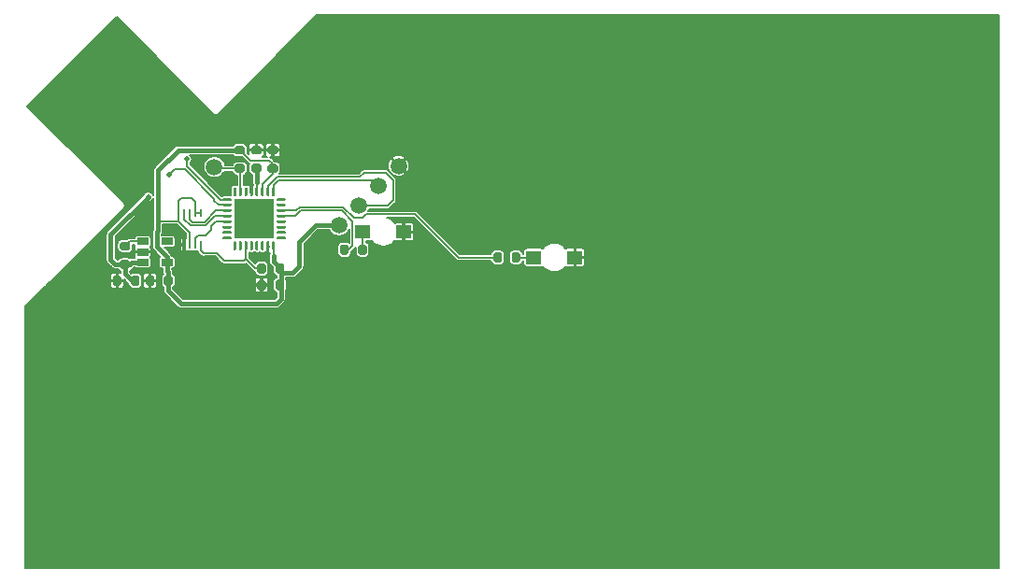
<source format=gbr>
%TF.GenerationSoftware,KiCad,Pcbnew,(5.1.8)-1*%
%TF.CreationDate,2021-04-26T00:51:06-04:00*%
%TF.ProjectId,Dogekey,446f6765-6b65-4792-9e6b-696361645f70,rev?*%
%TF.SameCoordinates,Original*%
%TF.FileFunction,Copper,L2,Bot*%
%TF.FilePolarity,Positive*%
%FSLAX46Y46*%
G04 Gerber Fmt 4.6, Leading zero omitted, Abs format (unit mm)*
G04 Created by KiCad (PCBNEW (5.1.8)-1) date 2021-04-26 00:51:06*
%MOMM*%
%LPD*%
G01*
G04 APERTURE LIST*
%TA.AperFunction,SMDPad,CuDef*%
%ADD10R,0.270000X0.750000*%
%TD*%
%TA.AperFunction,SMDPad,CuDef*%
%ADD11R,3.600000X3.600000*%
%TD*%
%TA.AperFunction,SMDPad,CuDef*%
%ADD12R,1.060000X0.650000*%
%TD*%
%TA.AperFunction,SMDPad,CuDef*%
%ADD13R,1.400000X1.250000*%
%TD*%
%TA.AperFunction,SMDPad,CuDef*%
%ADD14C,1.500000*%
%TD*%
%TA.AperFunction,ViaPad*%
%ADD15C,0.500000*%
%TD*%
%TA.AperFunction,Conductor*%
%ADD16C,0.152400*%
%TD*%
%TA.AperFunction,Conductor*%
%ADD17C,0.406400*%
%TD*%
%TA.AperFunction,Conductor*%
%ADD18C,0.400000*%
%TD*%
%TA.AperFunction,Conductor*%
%ADD19C,0.100000*%
%TD*%
G04 APERTURE END LIST*
D10*
%TO.P,U3,1*%
%TO.N,FLASH_CS*%
X35050000Y-61850000D03*
%TO.P,U3,2*%
%TO.N,MISO2*%
X34550000Y-61850000D03*
%TO.P,U3,3*%
%TO.N,+3V3*%
X34050000Y-61850000D03*
%TO.P,U3,4*%
%TO.N,GND*%
X33550000Y-61850000D03*
%TO.P,U3,5*%
%TO.N,MOSI2*%
X33550000Y-58950000D03*
%TO.P,U3,6*%
%TO.N,SCK2*%
X34050000Y-58950000D03*
%TO.P,U3,7*%
%TO.N,+3V3*%
X34550000Y-58950000D03*
%TO.P,U3,8*%
X35050000Y-58950000D03*
%TD*%
%TO.P,C1,2*%
%TO.N,Net-(C1-Pad2)*%
%TA.AperFunction,SMDPad,CuDef*%
G36*
G01*
X39825000Y-54525000D02*
X40375000Y-54525000D01*
G75*
G02*
X40575000Y-54725000I0J-200000D01*
G01*
X40575000Y-55125000D01*
G75*
G02*
X40375000Y-55325000I-200000J0D01*
G01*
X39825000Y-55325000D01*
G75*
G02*
X39625000Y-55125000I0J200000D01*
G01*
X39625000Y-54725000D01*
G75*
G02*
X39825000Y-54525000I200000J0D01*
G01*
G37*
%TD.AperFunction*%
%TO.P,C1,1*%
%TO.N,GND*%
%TA.AperFunction,SMDPad,CuDef*%
G36*
G01*
X39825000Y-52875000D02*
X40375000Y-52875000D01*
G75*
G02*
X40575000Y-53075000I0J-200000D01*
G01*
X40575000Y-53475000D01*
G75*
G02*
X40375000Y-53675000I-200000J0D01*
G01*
X39825000Y-53675000D01*
G75*
G02*
X39625000Y-53475000I0J200000D01*
G01*
X39625000Y-53075000D01*
G75*
G02*
X39825000Y-52875000I200000J0D01*
G01*
G37*
%TD.AperFunction*%
%TD*%
%TO.P,C2,1*%
%TO.N,+3V3*%
%TA.AperFunction,SMDPad,CuDef*%
G36*
G01*
X42625000Y-65225000D02*
X42625000Y-65775000D01*
G75*
G02*
X42425000Y-65975000I-200000J0D01*
G01*
X42025000Y-65975000D01*
G75*
G02*
X41825000Y-65775000I0J200000D01*
G01*
X41825000Y-65225000D01*
G75*
G02*
X42025000Y-65025000I200000J0D01*
G01*
X42425000Y-65025000D01*
G75*
G02*
X42625000Y-65225000I0J-200000D01*
G01*
G37*
%TD.AperFunction*%
%TO.P,C2,2*%
%TO.N,GND*%
%TA.AperFunction,SMDPad,CuDef*%
G36*
G01*
X40975000Y-65225000D02*
X40975000Y-65775000D01*
G75*
G02*
X40775000Y-65975000I-200000J0D01*
G01*
X40375000Y-65975000D01*
G75*
G02*
X40175000Y-65775000I0J200000D01*
G01*
X40175000Y-65225000D01*
G75*
G02*
X40375000Y-65025000I200000J0D01*
G01*
X40775000Y-65025000D01*
G75*
G02*
X40975000Y-65225000I0J-200000D01*
G01*
G37*
%TD.AperFunction*%
%TD*%
%TO.P,C3,1*%
%TO.N,+3V3*%
%TA.AperFunction,SMDPad,CuDef*%
G36*
G01*
X41875000Y-55325000D02*
X41325000Y-55325000D01*
G75*
G02*
X41125000Y-55125000I0J200000D01*
G01*
X41125000Y-54725000D01*
G75*
G02*
X41325000Y-54525000I200000J0D01*
G01*
X41875000Y-54525000D01*
G75*
G02*
X42075000Y-54725000I0J-200000D01*
G01*
X42075000Y-55125000D01*
G75*
G02*
X41875000Y-55325000I-200000J0D01*
G01*
G37*
%TD.AperFunction*%
%TO.P,C3,2*%
%TO.N,GND*%
%TA.AperFunction,SMDPad,CuDef*%
G36*
G01*
X41875000Y-53675000D02*
X41325000Y-53675000D01*
G75*
G02*
X41125000Y-53475000I0J200000D01*
G01*
X41125000Y-53075000D01*
G75*
G02*
X41325000Y-52875000I200000J0D01*
G01*
X41875000Y-52875000D01*
G75*
G02*
X42075000Y-53075000I0J-200000D01*
G01*
X42075000Y-53475000D01*
G75*
G02*
X41875000Y-53675000I-200000J0D01*
G01*
G37*
%TD.AperFunction*%
%TD*%
%TO.P,C6,2*%
%TO.N,GND*%
%TA.AperFunction,SMDPad,CuDef*%
G36*
G01*
X27875000Y-64825000D02*
X27875000Y-65375000D01*
G75*
G02*
X27675000Y-65575000I-200000J0D01*
G01*
X27275000Y-65575000D01*
G75*
G02*
X27075000Y-65375000I0J200000D01*
G01*
X27075000Y-64825000D01*
G75*
G02*
X27275000Y-64625000I200000J0D01*
G01*
X27675000Y-64625000D01*
G75*
G02*
X27875000Y-64825000I0J-200000D01*
G01*
G37*
%TD.AperFunction*%
%TO.P,C6,1*%
%TO.N,+5VP*%
%TA.AperFunction,SMDPad,CuDef*%
G36*
G01*
X29525000Y-64825000D02*
X29525000Y-65375000D01*
G75*
G02*
X29325000Y-65575000I-200000J0D01*
G01*
X28925000Y-65575000D01*
G75*
G02*
X28725000Y-65375000I0J200000D01*
G01*
X28725000Y-64825000D01*
G75*
G02*
X28925000Y-64625000I200000J0D01*
G01*
X29325000Y-64625000D01*
G75*
G02*
X29525000Y-64825000I0J-200000D01*
G01*
G37*
%TD.AperFunction*%
%TD*%
%TO.P,C7,1*%
%TO.N,+3V3*%
%TA.AperFunction,SMDPad,CuDef*%
G36*
G01*
X32525000Y-64825000D02*
X32525000Y-65375000D01*
G75*
G02*
X32325000Y-65575000I-200000J0D01*
G01*
X31925000Y-65575000D01*
G75*
G02*
X31725000Y-65375000I0J200000D01*
G01*
X31725000Y-64825000D01*
G75*
G02*
X31925000Y-64625000I200000J0D01*
G01*
X32325000Y-64625000D01*
G75*
G02*
X32525000Y-64825000I0J-200000D01*
G01*
G37*
%TD.AperFunction*%
%TO.P,C7,2*%
%TO.N,GND*%
%TA.AperFunction,SMDPad,CuDef*%
G36*
G01*
X30875000Y-64825000D02*
X30875000Y-65375000D01*
G75*
G02*
X30675000Y-65575000I-200000J0D01*
G01*
X30275000Y-65575000D01*
G75*
G02*
X30075000Y-65375000I0J200000D01*
G01*
X30075000Y-64825000D01*
G75*
G02*
X30275000Y-64625000I200000J0D01*
G01*
X30675000Y-64625000D01*
G75*
G02*
X30875000Y-64825000I0J-200000D01*
G01*
G37*
%TD.AperFunction*%
%TD*%
%TO.P,R1,1*%
%TO.N,Net-(R1-Pad1)*%
%TA.AperFunction,SMDPad,CuDef*%
G36*
G01*
X27925000Y-61575000D02*
X28475000Y-61575000D01*
G75*
G02*
X28675000Y-61775000I0J-200000D01*
G01*
X28675000Y-62175000D01*
G75*
G02*
X28475000Y-62375000I-200000J0D01*
G01*
X27925000Y-62375000D01*
G75*
G02*
X27725000Y-62175000I0J200000D01*
G01*
X27725000Y-61775000D01*
G75*
G02*
X27925000Y-61575000I200000J0D01*
G01*
G37*
%TD.AperFunction*%
%TO.P,R1,2*%
%TO.N,+5VP*%
%TA.AperFunction,SMDPad,CuDef*%
G36*
G01*
X27925000Y-63225000D02*
X28475000Y-63225000D01*
G75*
G02*
X28675000Y-63425000I0J-200000D01*
G01*
X28675000Y-63825000D01*
G75*
G02*
X28475000Y-64025000I-200000J0D01*
G01*
X27925000Y-64025000D01*
G75*
G02*
X27725000Y-63825000I0J200000D01*
G01*
X27725000Y-63425000D01*
G75*
G02*
X27925000Y-63225000I200000J0D01*
G01*
G37*
%TD.AperFunction*%
%TD*%
%TO.P,R2,2*%
%TO.N,FLASH_CS*%
%TA.AperFunction,SMDPad,CuDef*%
G36*
G01*
X40975000Y-63725000D02*
X40975000Y-64275000D01*
G75*
G02*
X40775000Y-64475000I-200000J0D01*
G01*
X40375000Y-64475000D01*
G75*
G02*
X40175000Y-64275000I0J200000D01*
G01*
X40175000Y-63725000D01*
G75*
G02*
X40375000Y-63525000I200000J0D01*
G01*
X40775000Y-63525000D01*
G75*
G02*
X40975000Y-63725000I0J-200000D01*
G01*
G37*
%TD.AperFunction*%
%TO.P,R2,1*%
%TO.N,+3V3*%
%TA.AperFunction,SMDPad,CuDef*%
G36*
G01*
X42625000Y-63725000D02*
X42625000Y-64275000D01*
G75*
G02*
X42425000Y-64475000I-200000J0D01*
G01*
X42025000Y-64475000D01*
G75*
G02*
X41825000Y-64275000I0J200000D01*
G01*
X41825000Y-63725000D01*
G75*
G02*
X42025000Y-63525000I200000J0D01*
G01*
X42425000Y-63525000D01*
G75*
G02*
X42625000Y-63725000I0J-200000D01*
G01*
G37*
%TD.AperFunction*%
%TD*%
%TO.P,R3,1*%
%TO.N,Net-(R3-Pad1)*%
%TA.AperFunction,SMDPad,CuDef*%
G36*
G01*
X50125000Y-62025000D02*
X50125000Y-62575000D01*
G75*
G02*
X49925000Y-62775000I-200000J0D01*
G01*
X49525000Y-62775000D01*
G75*
G02*
X49325000Y-62575000I0J200000D01*
G01*
X49325000Y-62025000D01*
G75*
G02*
X49525000Y-61825000I200000J0D01*
G01*
X49925000Y-61825000D01*
G75*
G02*
X50125000Y-62025000I0J-200000D01*
G01*
G37*
%TD.AperFunction*%
%TO.P,R3,2*%
%TO.N,Net-(R3-Pad2)*%
%TA.AperFunction,SMDPad,CuDef*%
G36*
G01*
X48475000Y-62025000D02*
X48475000Y-62575000D01*
G75*
G02*
X48275000Y-62775000I-200000J0D01*
G01*
X47875000Y-62775000D01*
G75*
G02*
X47675000Y-62575000I0J200000D01*
G01*
X47675000Y-62025000D01*
G75*
G02*
X47875000Y-61825000I200000J0D01*
G01*
X48275000Y-61825000D01*
G75*
G02*
X48475000Y-62025000I0J-200000D01*
G01*
G37*
%TD.AperFunction*%
%TD*%
%TO.P,R4,2*%
%TO.N,Net-(R4-Pad2)*%
%TA.AperFunction,SMDPad,CuDef*%
G36*
G01*
X62375000Y-62725000D02*
X62375000Y-63275000D01*
G75*
G02*
X62175000Y-63475000I-200000J0D01*
G01*
X61775000Y-63475000D01*
G75*
G02*
X61575000Y-63275000I0J200000D01*
G01*
X61575000Y-62725000D01*
G75*
G02*
X61775000Y-62525000I200000J0D01*
G01*
X62175000Y-62525000D01*
G75*
G02*
X62375000Y-62725000I0J-200000D01*
G01*
G37*
%TD.AperFunction*%
%TO.P,R4,1*%
%TO.N,Net-(R4-Pad1)*%
%TA.AperFunction,SMDPad,CuDef*%
G36*
G01*
X64025000Y-62725000D02*
X64025000Y-63275000D01*
G75*
G02*
X63825000Y-63475000I-200000J0D01*
G01*
X63425000Y-63475000D01*
G75*
G02*
X63225000Y-63275000I0J200000D01*
G01*
X63225000Y-62725000D01*
G75*
G02*
X63425000Y-62525000I200000J0D01*
G01*
X63825000Y-62525000D01*
G75*
G02*
X64025000Y-62725000I0J-200000D01*
G01*
G37*
%TD.AperFunction*%
%TD*%
%TO.P,R5,2*%
%TO.N,+3V3*%
%TA.AperFunction,SMDPad,CuDef*%
G36*
G01*
X38875000Y-53675000D02*
X38325000Y-53675000D01*
G75*
G02*
X38125000Y-53475000I0J200000D01*
G01*
X38125000Y-53075000D01*
G75*
G02*
X38325000Y-52875000I200000J0D01*
G01*
X38875000Y-52875000D01*
G75*
G02*
X39075000Y-53075000I0J-200000D01*
G01*
X39075000Y-53475000D01*
G75*
G02*
X38875000Y-53675000I-200000J0D01*
G01*
G37*
%TD.AperFunction*%
%TO.P,R5,1*%
%TO.N,Net-(R5-Pad1)*%
%TA.AperFunction,SMDPad,CuDef*%
G36*
G01*
X38875000Y-55325000D02*
X38325000Y-55325000D01*
G75*
G02*
X38125000Y-55125000I0J200000D01*
G01*
X38125000Y-54725000D01*
G75*
G02*
X38325000Y-54525000I200000J0D01*
G01*
X38875000Y-54525000D01*
G75*
G02*
X39075000Y-54725000I0J-200000D01*
G01*
X39075000Y-55125000D01*
G75*
G02*
X38875000Y-55325000I-200000J0D01*
G01*
G37*
%TD.AperFunction*%
%TD*%
%TO.P,U1,1*%
%TO.N,Net-(U1-Pad1)*%
%TA.AperFunction,SMDPad,CuDef*%
G36*
G01*
X42750000Y-57687500D02*
X42750000Y-57812500D01*
G75*
G02*
X42687500Y-57875000I-62500J0D01*
G01*
X42012500Y-57875000D01*
G75*
G02*
X41950000Y-57812500I0J62500D01*
G01*
X41950000Y-57687500D01*
G75*
G02*
X42012500Y-57625000I62500J0D01*
G01*
X42687500Y-57625000D01*
G75*
G02*
X42750000Y-57687500I0J-62500D01*
G01*
G37*
%TD.AperFunction*%
%TO.P,U1,2*%
%TO.N,Net-(U1-Pad2)*%
%TA.AperFunction,SMDPad,CuDef*%
G36*
G01*
X42750000Y-58187500D02*
X42750000Y-58312500D01*
G75*
G02*
X42687500Y-58375000I-62500J0D01*
G01*
X42012500Y-58375000D01*
G75*
G02*
X41950000Y-58312500I0J62500D01*
G01*
X41950000Y-58187500D01*
G75*
G02*
X42012500Y-58125000I62500J0D01*
G01*
X42687500Y-58125000D01*
G75*
G02*
X42750000Y-58187500I0J-62500D01*
G01*
G37*
%TD.AperFunction*%
%TO.P,U1,3*%
%TO.N,Net-(R4-Pad2)*%
%TA.AperFunction,SMDPad,CuDef*%
G36*
G01*
X42750000Y-58687500D02*
X42750000Y-58812500D01*
G75*
G02*
X42687500Y-58875000I-62500J0D01*
G01*
X42012500Y-58875000D01*
G75*
G02*
X41950000Y-58812500I0J62500D01*
G01*
X41950000Y-58687500D01*
G75*
G02*
X42012500Y-58625000I62500J0D01*
G01*
X42687500Y-58625000D01*
G75*
G02*
X42750000Y-58687500I0J-62500D01*
G01*
G37*
%TD.AperFunction*%
%TO.P,U1,4*%
%TO.N,Net-(R3-Pad2)*%
%TA.AperFunction,SMDPad,CuDef*%
G36*
G01*
X42750000Y-59187500D02*
X42750000Y-59312500D01*
G75*
G02*
X42687500Y-59375000I-62500J0D01*
G01*
X42012500Y-59375000D01*
G75*
G02*
X41950000Y-59312500I0J62500D01*
G01*
X41950000Y-59187500D01*
G75*
G02*
X42012500Y-59125000I62500J0D01*
G01*
X42687500Y-59125000D01*
G75*
G02*
X42750000Y-59187500I0J-62500D01*
G01*
G37*
%TD.AperFunction*%
%TO.P,U1,5*%
%TO.N,Net-(U1-Pad5)*%
%TA.AperFunction,SMDPad,CuDef*%
G36*
G01*
X42750000Y-59687500D02*
X42750000Y-59812500D01*
G75*
G02*
X42687500Y-59875000I-62500J0D01*
G01*
X42012500Y-59875000D01*
G75*
G02*
X41950000Y-59812500I0J62500D01*
G01*
X41950000Y-59687500D01*
G75*
G02*
X42012500Y-59625000I62500J0D01*
G01*
X42687500Y-59625000D01*
G75*
G02*
X42750000Y-59687500I0J-62500D01*
G01*
G37*
%TD.AperFunction*%
%TO.P,U1,6*%
%TO.N,Net-(U1-Pad6)*%
%TA.AperFunction,SMDPad,CuDef*%
G36*
G01*
X42750000Y-60187500D02*
X42750000Y-60312500D01*
G75*
G02*
X42687500Y-60375000I-62500J0D01*
G01*
X42012500Y-60375000D01*
G75*
G02*
X41950000Y-60312500I0J62500D01*
G01*
X41950000Y-60187500D01*
G75*
G02*
X42012500Y-60125000I62500J0D01*
G01*
X42687500Y-60125000D01*
G75*
G02*
X42750000Y-60187500I0J-62500D01*
G01*
G37*
%TD.AperFunction*%
%TO.P,U1,7*%
%TO.N,Net-(U1-Pad7)*%
%TA.AperFunction,SMDPad,CuDef*%
G36*
G01*
X42750000Y-60687500D02*
X42750000Y-60812500D01*
G75*
G02*
X42687500Y-60875000I-62500J0D01*
G01*
X42012500Y-60875000D01*
G75*
G02*
X41950000Y-60812500I0J62500D01*
G01*
X41950000Y-60687500D01*
G75*
G02*
X42012500Y-60625000I62500J0D01*
G01*
X42687500Y-60625000D01*
G75*
G02*
X42750000Y-60687500I0J-62500D01*
G01*
G37*
%TD.AperFunction*%
%TO.P,U1,8*%
%TO.N,Net-(U1-Pad8)*%
%TA.AperFunction,SMDPad,CuDef*%
G36*
G01*
X42750000Y-61187500D02*
X42750000Y-61312500D01*
G75*
G02*
X42687500Y-61375000I-62500J0D01*
G01*
X42012500Y-61375000D01*
G75*
G02*
X41950000Y-61312500I0J62500D01*
G01*
X41950000Y-61187500D01*
G75*
G02*
X42012500Y-61125000I62500J0D01*
G01*
X42687500Y-61125000D01*
G75*
G02*
X42750000Y-61187500I0J-62500D01*
G01*
G37*
%TD.AperFunction*%
%TO.P,U1,9*%
%TO.N,+3V3*%
%TA.AperFunction,SMDPad,CuDef*%
G36*
G01*
X41775000Y-61612500D02*
X41775000Y-62287500D01*
G75*
G02*
X41712500Y-62350000I-62500J0D01*
G01*
X41587500Y-62350000D01*
G75*
G02*
X41525000Y-62287500I0J62500D01*
G01*
X41525000Y-61612500D01*
G75*
G02*
X41587500Y-61550000I62500J0D01*
G01*
X41712500Y-61550000D01*
G75*
G02*
X41775000Y-61612500I0J-62500D01*
G01*
G37*
%TD.AperFunction*%
%TO.P,U1,10*%
%TO.N,GND*%
%TA.AperFunction,SMDPad,CuDef*%
G36*
G01*
X41275000Y-61612500D02*
X41275000Y-62287500D01*
G75*
G02*
X41212500Y-62350000I-62500J0D01*
G01*
X41087500Y-62350000D01*
G75*
G02*
X41025000Y-62287500I0J62500D01*
G01*
X41025000Y-61612500D01*
G75*
G02*
X41087500Y-61550000I62500J0D01*
G01*
X41212500Y-61550000D01*
G75*
G02*
X41275000Y-61612500I0J-62500D01*
G01*
G37*
%TD.AperFunction*%
%TO.P,U1,11*%
%TO.N,Net-(U1-Pad11)*%
%TA.AperFunction,SMDPad,CuDef*%
G36*
G01*
X40775000Y-61612500D02*
X40775000Y-62287500D01*
G75*
G02*
X40712500Y-62350000I-62500J0D01*
G01*
X40587500Y-62350000D01*
G75*
G02*
X40525000Y-62287500I0J62500D01*
G01*
X40525000Y-61612500D01*
G75*
G02*
X40587500Y-61550000I62500J0D01*
G01*
X40712500Y-61550000D01*
G75*
G02*
X40775000Y-61612500I0J-62500D01*
G01*
G37*
%TD.AperFunction*%
%TO.P,U1,12*%
%TO.N,Net-(U1-Pad12)*%
%TA.AperFunction,SMDPad,CuDef*%
G36*
G01*
X40275000Y-61612500D02*
X40275000Y-62287500D01*
G75*
G02*
X40212500Y-62350000I-62500J0D01*
G01*
X40087500Y-62350000D01*
G75*
G02*
X40025000Y-62287500I0J62500D01*
G01*
X40025000Y-61612500D01*
G75*
G02*
X40087500Y-61550000I62500J0D01*
G01*
X40212500Y-61550000D01*
G75*
G02*
X40275000Y-61612500I0J-62500D01*
G01*
G37*
%TD.AperFunction*%
%TO.P,U1,13*%
%TO.N,Net-(U1-Pad13)*%
%TA.AperFunction,SMDPad,CuDef*%
G36*
G01*
X39775000Y-61612500D02*
X39775000Y-62287500D01*
G75*
G02*
X39712500Y-62350000I-62500J0D01*
G01*
X39587500Y-62350000D01*
G75*
G02*
X39525000Y-62287500I0J62500D01*
G01*
X39525000Y-61612500D01*
G75*
G02*
X39587500Y-61550000I62500J0D01*
G01*
X39712500Y-61550000D01*
G75*
G02*
X39775000Y-61612500I0J-62500D01*
G01*
G37*
%TD.AperFunction*%
%TO.P,U1,14*%
%TO.N,FLASH_CS*%
%TA.AperFunction,SMDPad,CuDef*%
G36*
G01*
X39275000Y-61612500D02*
X39275000Y-62287500D01*
G75*
G02*
X39212500Y-62350000I-62500J0D01*
G01*
X39087500Y-62350000D01*
G75*
G02*
X39025000Y-62287500I0J62500D01*
G01*
X39025000Y-61612500D01*
G75*
G02*
X39087500Y-61550000I62500J0D01*
G01*
X39212500Y-61550000D01*
G75*
G02*
X39275000Y-61612500I0J-62500D01*
G01*
G37*
%TD.AperFunction*%
%TO.P,U1,15*%
%TO.N,Net-(U1-Pad15)*%
%TA.AperFunction,SMDPad,CuDef*%
G36*
G01*
X38775000Y-61612500D02*
X38775000Y-62287500D01*
G75*
G02*
X38712500Y-62350000I-62500J0D01*
G01*
X38587500Y-62350000D01*
G75*
G02*
X38525000Y-62287500I0J62500D01*
G01*
X38525000Y-61612500D01*
G75*
G02*
X38587500Y-61550000I62500J0D01*
G01*
X38712500Y-61550000D01*
G75*
G02*
X38775000Y-61612500I0J-62500D01*
G01*
G37*
%TD.AperFunction*%
%TO.P,U1,16*%
%TO.N,Net-(U1-Pad16)*%
%TA.AperFunction,SMDPad,CuDef*%
G36*
G01*
X38275000Y-61612500D02*
X38275000Y-62287500D01*
G75*
G02*
X38212500Y-62350000I-62500J0D01*
G01*
X38087500Y-62350000D01*
G75*
G02*
X38025000Y-62287500I0J62500D01*
G01*
X38025000Y-61612500D01*
G75*
G02*
X38087500Y-61550000I62500J0D01*
G01*
X38212500Y-61550000D01*
G75*
G02*
X38275000Y-61612500I0J-62500D01*
G01*
G37*
%TD.AperFunction*%
%TO.P,U1,17*%
%TO.N,Net-(U1-Pad17)*%
%TA.AperFunction,SMDPad,CuDef*%
G36*
G01*
X37850000Y-61187500D02*
X37850000Y-61312500D01*
G75*
G02*
X37787500Y-61375000I-62500J0D01*
G01*
X37112500Y-61375000D01*
G75*
G02*
X37050000Y-61312500I0J62500D01*
G01*
X37050000Y-61187500D01*
G75*
G02*
X37112500Y-61125000I62500J0D01*
G01*
X37787500Y-61125000D01*
G75*
G02*
X37850000Y-61187500I0J-62500D01*
G01*
G37*
%TD.AperFunction*%
%TO.P,U1,18*%
%TO.N,Net-(U1-Pad18)*%
%TA.AperFunction,SMDPad,CuDef*%
G36*
G01*
X37850000Y-60687500D02*
X37850000Y-60812500D01*
G75*
G02*
X37787500Y-60875000I-62500J0D01*
G01*
X37112500Y-60875000D01*
G75*
G02*
X37050000Y-60812500I0J62500D01*
G01*
X37050000Y-60687500D01*
G75*
G02*
X37112500Y-60625000I62500J0D01*
G01*
X37787500Y-60625000D01*
G75*
G02*
X37850000Y-60687500I0J-62500D01*
G01*
G37*
%TD.AperFunction*%
%TO.P,U1,19*%
%TO.N,Net-(U1-Pad19)*%
%TA.AperFunction,SMDPad,CuDef*%
G36*
G01*
X37850000Y-60187500D02*
X37850000Y-60312500D01*
G75*
G02*
X37787500Y-60375000I-62500J0D01*
G01*
X37112500Y-60375000D01*
G75*
G02*
X37050000Y-60312500I0J62500D01*
G01*
X37050000Y-60187500D01*
G75*
G02*
X37112500Y-60125000I62500J0D01*
G01*
X37787500Y-60125000D01*
G75*
G02*
X37850000Y-60187500I0J-62500D01*
G01*
G37*
%TD.AperFunction*%
%TO.P,U1,20*%
%TO.N,MISO2*%
%TA.AperFunction,SMDPad,CuDef*%
G36*
G01*
X37850000Y-59687500D02*
X37850000Y-59812500D01*
G75*
G02*
X37787500Y-59875000I-62500J0D01*
G01*
X37112500Y-59875000D01*
G75*
G02*
X37050000Y-59812500I0J62500D01*
G01*
X37050000Y-59687500D01*
G75*
G02*
X37112500Y-59625000I62500J0D01*
G01*
X37787500Y-59625000D01*
G75*
G02*
X37850000Y-59687500I0J-62500D01*
G01*
G37*
%TD.AperFunction*%
%TO.P,U1,21*%
%TO.N,MOSI2*%
%TA.AperFunction,SMDPad,CuDef*%
G36*
G01*
X37850000Y-59187500D02*
X37850000Y-59312500D01*
G75*
G02*
X37787500Y-59375000I-62500J0D01*
G01*
X37112500Y-59375000D01*
G75*
G02*
X37050000Y-59312500I0J62500D01*
G01*
X37050000Y-59187500D01*
G75*
G02*
X37112500Y-59125000I62500J0D01*
G01*
X37787500Y-59125000D01*
G75*
G02*
X37850000Y-59187500I0J-62500D01*
G01*
G37*
%TD.AperFunction*%
%TO.P,U1,22*%
%TO.N,SCK2*%
%TA.AperFunction,SMDPad,CuDef*%
G36*
G01*
X37850000Y-58687500D02*
X37850000Y-58812500D01*
G75*
G02*
X37787500Y-58875000I-62500J0D01*
G01*
X37112500Y-58875000D01*
G75*
G02*
X37050000Y-58812500I0J62500D01*
G01*
X37050000Y-58687500D01*
G75*
G02*
X37112500Y-58625000I62500J0D01*
G01*
X37787500Y-58625000D01*
G75*
G02*
X37850000Y-58687500I0J-62500D01*
G01*
G37*
%TD.AperFunction*%
%TO.P,U1,23*%
%TO.N,D-*%
%TA.AperFunction,SMDPad,CuDef*%
G36*
G01*
X37850000Y-58187500D02*
X37850000Y-58312500D01*
G75*
G02*
X37787500Y-58375000I-62500J0D01*
G01*
X37112500Y-58375000D01*
G75*
G02*
X37050000Y-58312500I0J62500D01*
G01*
X37050000Y-58187500D01*
G75*
G02*
X37112500Y-58125000I62500J0D01*
G01*
X37787500Y-58125000D01*
G75*
G02*
X37850000Y-58187500I0J-62500D01*
G01*
G37*
%TD.AperFunction*%
%TO.P,U1,24*%
%TO.N,D+*%
%TA.AperFunction,SMDPad,CuDef*%
G36*
G01*
X37850000Y-57687500D02*
X37850000Y-57812500D01*
G75*
G02*
X37787500Y-57875000I-62500J0D01*
G01*
X37112500Y-57875000D01*
G75*
G02*
X37050000Y-57812500I0J62500D01*
G01*
X37050000Y-57687500D01*
G75*
G02*
X37112500Y-57625000I62500J0D01*
G01*
X37787500Y-57625000D01*
G75*
G02*
X37850000Y-57687500I0J-62500D01*
G01*
G37*
%TD.AperFunction*%
%TO.P,U1,25*%
%TO.N,Net-(U1-Pad25)*%
%TA.AperFunction,SMDPad,CuDef*%
G36*
G01*
X38275000Y-56712500D02*
X38275000Y-57387500D01*
G75*
G02*
X38212500Y-57450000I-62500J0D01*
G01*
X38087500Y-57450000D01*
G75*
G02*
X38025000Y-57387500I0J62500D01*
G01*
X38025000Y-56712500D01*
G75*
G02*
X38087500Y-56650000I62500J0D01*
G01*
X38212500Y-56650000D01*
G75*
G02*
X38275000Y-56712500I0J-62500D01*
G01*
G37*
%TD.AperFunction*%
%TO.P,U1,26*%
%TO.N,Net-(R5-Pad1)*%
%TA.AperFunction,SMDPad,CuDef*%
G36*
G01*
X38775000Y-56712500D02*
X38775000Y-57387500D01*
G75*
G02*
X38712500Y-57450000I-62500J0D01*
G01*
X38587500Y-57450000D01*
G75*
G02*
X38525000Y-57387500I0J62500D01*
G01*
X38525000Y-56712500D01*
G75*
G02*
X38587500Y-56650000I62500J0D01*
G01*
X38712500Y-56650000D01*
G75*
G02*
X38775000Y-56712500I0J-62500D01*
G01*
G37*
%TD.AperFunction*%
%TO.P,U1,27*%
%TO.N,Net-(U1-Pad27)*%
%TA.AperFunction,SMDPad,CuDef*%
G36*
G01*
X39275000Y-56712500D02*
X39275000Y-57387500D01*
G75*
G02*
X39212500Y-57450000I-62500J0D01*
G01*
X39087500Y-57450000D01*
G75*
G02*
X39025000Y-57387500I0J62500D01*
G01*
X39025000Y-56712500D01*
G75*
G02*
X39087500Y-56650000I62500J0D01*
G01*
X39212500Y-56650000D01*
G75*
G02*
X39275000Y-56712500I0J-62500D01*
G01*
G37*
%TD.AperFunction*%
%TO.P,U1,28*%
%TO.N,GND*%
%TA.AperFunction,SMDPad,CuDef*%
G36*
G01*
X39775000Y-56712500D02*
X39775000Y-57387500D01*
G75*
G02*
X39712500Y-57450000I-62500J0D01*
G01*
X39587500Y-57450000D01*
G75*
G02*
X39525000Y-57387500I0J62500D01*
G01*
X39525000Y-56712500D01*
G75*
G02*
X39587500Y-56650000I62500J0D01*
G01*
X39712500Y-56650000D01*
G75*
G02*
X39775000Y-56712500I0J-62500D01*
G01*
G37*
%TD.AperFunction*%
%TO.P,U1,29*%
%TO.N,Net-(C1-Pad2)*%
%TA.AperFunction,SMDPad,CuDef*%
G36*
G01*
X40275000Y-56712500D02*
X40275000Y-57387500D01*
G75*
G02*
X40212500Y-57450000I-62500J0D01*
G01*
X40087500Y-57450000D01*
G75*
G02*
X40025000Y-57387500I0J62500D01*
G01*
X40025000Y-56712500D01*
G75*
G02*
X40087500Y-56650000I62500J0D01*
G01*
X40212500Y-56650000D01*
G75*
G02*
X40275000Y-56712500I0J-62500D01*
G01*
G37*
%TD.AperFunction*%
%TO.P,U1,30*%
%TO.N,+3V3*%
%TA.AperFunction,SMDPad,CuDef*%
G36*
G01*
X40775000Y-56712500D02*
X40775000Y-57387500D01*
G75*
G02*
X40712500Y-57450000I-62500J0D01*
G01*
X40587500Y-57450000D01*
G75*
G02*
X40525000Y-57387500I0J62500D01*
G01*
X40525000Y-56712500D01*
G75*
G02*
X40587500Y-56650000I62500J0D01*
G01*
X40712500Y-56650000D01*
G75*
G02*
X40775000Y-56712500I0J-62500D01*
G01*
G37*
%TD.AperFunction*%
%TO.P,U1,31*%
%TO.N,Net-(TP2-Pad1)*%
%TA.AperFunction,SMDPad,CuDef*%
G36*
G01*
X41275000Y-56712500D02*
X41275000Y-57387500D01*
G75*
G02*
X41212500Y-57450000I-62500J0D01*
G01*
X41087500Y-57450000D01*
G75*
G02*
X41025000Y-57387500I0J62500D01*
G01*
X41025000Y-56712500D01*
G75*
G02*
X41087500Y-56650000I62500J0D01*
G01*
X41212500Y-56650000D01*
G75*
G02*
X41275000Y-56712500I0J-62500D01*
G01*
G37*
%TD.AperFunction*%
%TO.P,U1,32*%
%TO.N,Net-(TP3-Pad1)*%
%TA.AperFunction,SMDPad,CuDef*%
G36*
G01*
X41775000Y-56712500D02*
X41775000Y-57387500D01*
G75*
G02*
X41712500Y-57450000I-62500J0D01*
G01*
X41587500Y-57450000D01*
G75*
G02*
X41525000Y-57387500I0J62500D01*
G01*
X41525000Y-56712500D01*
G75*
G02*
X41587500Y-56650000I62500J0D01*
G01*
X41712500Y-56650000D01*
G75*
G02*
X41775000Y-56712500I0J-62500D01*
G01*
G37*
%TD.AperFunction*%
D11*
%TO.P,U1,33*%
%TO.N,Net-(U1-Pad33)*%
X39900000Y-59500000D03*
%TD*%
D12*
%TO.P,U2,1*%
%TO.N,+5VP*%
X29800000Y-63450000D03*
%TO.P,U2,2*%
%TO.N,GND*%
X29800000Y-62500000D03*
%TO.P,U2,3*%
%TO.N,Net-(R1-Pad1)*%
X29800000Y-61550000D03*
%TO.P,U2,4*%
%TO.N,Net-(U2-Pad4)*%
X32000000Y-61550000D03*
%TO.P,U2,5*%
%TO.N,+3V3*%
X32000000Y-63450000D03*
%TD*%
D13*
%TO.P,U4,A*%
%TO.N,Net-(R3-Pad1)*%
X49750000Y-60700000D03*
%TO.P,U4,C*%
%TO.N,GND*%
X53450000Y-60700000D03*
%TD*%
%TO.P,U5,C*%
%TO.N,GND*%
X68950000Y-63000000D03*
%TO.P,U5,A*%
%TO.N,Net-(R4-Pad1)*%
X65250000Y-63000000D03*
%TD*%
D14*
%TO.P,TP1,1*%
%TO.N,+3V3*%
X47600000Y-60100000D03*
%TD*%
%TO.P,TP2,1*%
%TO.N,Net-(TP2-Pad1)*%
X49400000Y-58300000D03*
%TD*%
%TO.P,TP3,1*%
%TO.N,Net-(TP3-Pad1)*%
X51200000Y-56500000D03*
%TD*%
%TO.P,TP4,1*%
%TO.N,GND*%
X53000000Y-54700000D03*
%TD*%
%TO.P,TP5,1*%
%TO.N,Net-(R5-Pad1)*%
X36300000Y-54800000D03*
%TD*%
D15*
%TO.N,GND*%
X35700000Y-52200000D03*
X39700000Y-65500000D03*
X40900000Y-62800000D03*
X33400000Y-61000000D03*
X30700000Y-62500000D03*
X30500000Y-65900000D03*
X27400000Y-66000000D03*
X39400000Y-56100000D03*
X40100000Y-52400000D03*
X41600000Y-52400000D03*
X51400000Y-53700000D03*
%TO.N,+5VP*%
X30300000Y-57500000D03*
%TO.N,D+*%
X33800000Y-54100000D03*
%TO.N,D-*%
X32200000Y-55500000D03*
%TD*%
D16*
%TO.N,Net-(C1-Pad2)*%
X40150000Y-57050000D02*
X40150000Y-56150000D01*
D17*
X40150000Y-54975000D02*
X40100000Y-54925000D01*
X40150000Y-56150000D02*
X40150000Y-54975000D01*
D16*
%TO.N,GND*%
X40575000Y-65500000D02*
X39700000Y-65500000D01*
X41150000Y-62550000D02*
X40900000Y-62800000D01*
X41150000Y-61950000D02*
X41150000Y-62550000D01*
X33550000Y-61150000D02*
X33400000Y-61000000D01*
X33550000Y-61850000D02*
X33550000Y-61150000D01*
X29800000Y-62500000D02*
X30700000Y-62500000D01*
X30475000Y-65875000D02*
X30500000Y-65900000D01*
X30475000Y-65100000D02*
X30475000Y-65875000D01*
X27475000Y-65925000D02*
X27400000Y-66000000D01*
X27475000Y-65100000D02*
X27475000Y-65925000D01*
X39650000Y-56350000D02*
X39400000Y-56100000D01*
X39650000Y-57050000D02*
X39650000Y-56350000D01*
X40100000Y-53275000D02*
X40100000Y-52400000D01*
X41600000Y-53275000D02*
X41600000Y-52400000D01*
X52000000Y-53700000D02*
X51400000Y-53700000D01*
X53000000Y-54700000D02*
X52000000Y-53700000D01*
%TO.N,+3V3*%
X34550000Y-58950000D02*
X35050000Y-58950000D01*
D17*
X32000000Y-63450000D02*
X32000000Y-64200000D01*
X32125000Y-64325000D02*
X32125000Y-65100000D01*
X32000000Y-64200000D02*
X32125000Y-64325000D01*
X42325000Y-65900000D02*
X42325000Y-64400000D01*
X42325000Y-64400000D02*
X42325000Y-64025000D01*
D16*
X41650000Y-61950000D02*
X41650000Y-62850000D01*
D17*
X41650000Y-63350000D02*
X41650000Y-62850000D01*
X42325000Y-64025000D02*
X41650000Y-63350000D01*
D18*
X32125000Y-65100000D02*
X32125000Y-66025000D01*
X32125000Y-66025000D02*
X33300000Y-67200000D01*
X33300000Y-67200000D02*
X41900000Y-67200000D01*
X42325000Y-66775000D02*
X42325000Y-65900000D01*
X41900000Y-67200000D02*
X42325000Y-66775000D01*
D17*
X47600000Y-60100000D02*
X45500000Y-60100000D01*
X45500000Y-60100000D02*
X44000000Y-61600000D01*
X44000000Y-61600000D02*
X44000000Y-63800000D01*
X43400000Y-64400000D02*
X42325000Y-64400000D01*
X44000000Y-63800000D02*
X43400000Y-64400000D01*
D16*
X40650000Y-57050000D02*
X40650000Y-56350000D01*
X41600000Y-55400000D02*
X41600000Y-54925000D01*
X40650000Y-56350000D02*
X41600000Y-55400000D01*
X34550000Y-57950000D02*
X34550000Y-58950000D01*
X34200000Y-57600000D02*
X34550000Y-57950000D01*
X33000000Y-57900000D02*
X33300000Y-57600000D01*
X33000000Y-59700000D02*
X33000000Y-57900000D01*
X33300000Y-57600000D02*
X34200000Y-57600000D01*
X34050000Y-60750000D02*
X33000000Y-59700000D01*
X34050000Y-61850000D02*
X34050000Y-60750000D01*
X41600000Y-54525000D02*
X41275000Y-54200000D01*
X41600000Y-54925000D02*
X41600000Y-54525000D01*
X39525000Y-54200000D02*
X38600000Y-53275000D01*
X41275000Y-54200000D02*
X39525000Y-54200000D01*
D17*
X38600000Y-53275000D02*
X33025000Y-53275000D01*
X33025000Y-53275000D02*
X31200000Y-55100000D01*
X32000000Y-62925000D02*
X32000000Y-63450000D01*
X31114399Y-62039399D02*
X32000000Y-62925000D01*
X31114399Y-60685601D02*
X31114399Y-62039399D01*
X31200000Y-60600000D02*
X31114399Y-60685601D01*
D16*
X33000000Y-59700000D02*
X31200000Y-59700000D01*
D17*
X31200000Y-59700000D02*
X31200000Y-60600000D01*
X31200000Y-55100000D02*
X31200000Y-59700000D01*
%TO.N,+5VP*%
X29125000Y-65100000D02*
X28800000Y-65100000D01*
X28200000Y-64500000D02*
X28200000Y-63625000D01*
X28800000Y-65100000D02*
X28200000Y-64500000D01*
X28200000Y-63625000D02*
X28675000Y-63625000D01*
X28850000Y-63450000D02*
X29800000Y-63450000D01*
X28675000Y-63625000D02*
X28850000Y-63450000D01*
X30300000Y-57500000D02*
X26900000Y-60900000D01*
X26900000Y-60900000D02*
X26900000Y-63200000D01*
X27325000Y-63625000D02*
X28200000Y-63625000D01*
X26900000Y-63200000D02*
X27325000Y-63625000D01*
D16*
%TO.N,D+*%
X37450000Y-57750000D02*
X36812132Y-57750000D01*
X33800000Y-54737868D02*
X33800000Y-54100000D01*
X36812132Y-57750000D02*
X33800000Y-54737868D01*
%TO.N,D-*%
X37450000Y-58250000D02*
X36650000Y-58250000D01*
X36650000Y-58250000D02*
X36300000Y-57900000D01*
X36300000Y-57668934D02*
X33631066Y-55000000D01*
X36300000Y-57900000D02*
X36300000Y-57668934D01*
X32700000Y-55000000D02*
X32200000Y-55500000D01*
X33631066Y-55000000D02*
X32700000Y-55000000D01*
%TO.N,Net-(R1-Pad1)*%
X28625000Y-61550000D02*
X29800000Y-61550000D01*
X28200000Y-61975000D02*
X28625000Y-61550000D01*
%TO.N,FLASH_CS*%
X35050000Y-61850000D02*
X35050000Y-62350000D01*
X35050000Y-62350000D02*
X35325000Y-62625000D01*
X39150000Y-61950000D02*
X39150000Y-63150000D01*
X39150000Y-63150000D02*
X39000000Y-63300000D01*
X37178600Y-63300000D02*
X36478600Y-62600000D01*
X39000000Y-63300000D02*
X37178600Y-63300000D01*
X35350000Y-62600000D02*
X35325000Y-62625000D01*
X36478600Y-62600000D02*
X35350000Y-62600000D01*
X40000000Y-64000000D02*
X39150000Y-63150000D01*
X40575000Y-64000000D02*
X40000000Y-64000000D01*
%TO.N,Net-(R3-Pad2)*%
X47850000Y-58750000D02*
X47250000Y-58750000D01*
X48821399Y-59721399D02*
X47850000Y-58750000D01*
X48821399Y-61953601D02*
X48821399Y-59721399D01*
X48475000Y-62300000D02*
X48821399Y-61953601D01*
X48075000Y-62300000D02*
X48475000Y-62300000D01*
X44950000Y-58750000D02*
X44150000Y-58750000D01*
X47250000Y-58750000D02*
X44950000Y-58750000D01*
X43650000Y-59250000D02*
X42350000Y-59250000D01*
X44150000Y-58750000D02*
X43650000Y-59250000D01*
%TO.N,Net-(R4-Pad2)*%
X47976256Y-58445190D02*
X44023743Y-58445191D01*
X43718934Y-58750000D02*
X42350000Y-58750000D01*
X48931066Y-59400000D02*
X47976256Y-58445190D01*
X49748330Y-59400000D02*
X48931066Y-59400000D01*
X54500000Y-59100000D02*
X50048330Y-59100000D01*
X44023743Y-58445191D02*
X43718934Y-58750000D01*
X58400000Y-63000000D02*
X54500000Y-59100000D01*
X50048330Y-59100000D02*
X49748330Y-59400000D01*
X61975000Y-63000000D02*
X58400000Y-63000000D01*
%TO.N,Net-(R5-Pad1)*%
X36425000Y-54925000D02*
X36300000Y-54800000D01*
X38600000Y-54925000D02*
X36425000Y-54925000D01*
X38650000Y-54975000D02*
X38600000Y-54925000D01*
X38650000Y-57050000D02*
X38650000Y-54975000D01*
%TO.N,MISO2*%
X36450000Y-59750000D02*
X37450000Y-59750000D01*
X36000000Y-60200000D02*
X36450000Y-59750000D01*
X36000000Y-60500000D02*
X35500000Y-61000000D01*
X36000000Y-60500000D02*
X36000000Y-60200000D01*
X35500000Y-61000000D02*
X34800000Y-61000000D01*
X34550000Y-61250000D02*
X34550000Y-61850000D01*
X34800000Y-61000000D02*
X34550000Y-61250000D01*
%TO.N,MOSI2*%
X33550000Y-59550000D02*
X33550000Y-58950000D01*
X34100000Y-60100000D02*
X33550000Y-59550000D01*
X35500000Y-60100000D02*
X34100000Y-60100000D01*
X36350000Y-59250000D02*
X35500000Y-60100000D01*
X37450000Y-59250000D02*
X36350000Y-59250000D01*
%TO.N,SCK2*%
X34050000Y-59550000D02*
X34050000Y-58950000D01*
X34295190Y-59795190D02*
X34050000Y-59550000D01*
X35373744Y-59795190D02*
X34295190Y-59795190D01*
X36421656Y-58747278D02*
X35373744Y-59795190D01*
X37447278Y-58747278D02*
X36421656Y-58747278D01*
X37450000Y-58750000D02*
X37447278Y-58747278D01*
%TO.N,Net-(R3-Pad1)*%
X49750000Y-62275000D02*
X49725000Y-62300000D01*
X49750000Y-60700000D02*
X49750000Y-62275000D01*
%TO.N,Net-(R4-Pad1)*%
X65250000Y-63000000D02*
X63625000Y-63000000D01*
%TO.N,Net-(TP2-Pad1)*%
X52000000Y-58300000D02*
X49400000Y-58300000D01*
X52500000Y-56000000D02*
X52500000Y-57800000D01*
X51800000Y-55300000D02*
X52500000Y-56000000D01*
X49900000Y-55300000D02*
X51800000Y-55300000D01*
X49504810Y-55695190D02*
X49900000Y-55300000D01*
X41973744Y-55695190D02*
X49504810Y-55695190D01*
X41150000Y-56518934D02*
X41973744Y-55695190D01*
X52500000Y-57800000D02*
X52000000Y-58300000D01*
X41150000Y-57050000D02*
X41150000Y-56518934D01*
%TO.N,Net-(TP3-Pad1)*%
X41650000Y-57050000D02*
X41650000Y-56450000D01*
X41650000Y-56450000D02*
X42100000Y-56000000D01*
X50700000Y-56000000D02*
X51200000Y-56500000D01*
X42100000Y-56000000D02*
X50700000Y-56000000D01*
%TD*%
%TO.N,GND*%
X107399426Y-91168300D02*
X19156610Y-91168300D01*
X19156610Y-67468610D01*
X21050217Y-65575000D01*
X26845294Y-65575000D01*
X26849708Y-65619813D01*
X26862779Y-65662905D01*
X26884006Y-65702618D01*
X26912573Y-65737427D01*
X26947382Y-65765994D01*
X26987095Y-65787221D01*
X27030187Y-65800292D01*
X27075000Y-65804706D01*
X27367050Y-65803600D01*
X27424200Y-65746450D01*
X27424200Y-65150800D01*
X27525800Y-65150800D01*
X27525800Y-65746450D01*
X27582950Y-65803600D01*
X27875000Y-65804706D01*
X27919813Y-65800292D01*
X27962905Y-65787221D01*
X28002618Y-65765994D01*
X28037427Y-65737427D01*
X28065994Y-65702618D01*
X28087221Y-65662905D01*
X28100292Y-65619813D01*
X28104706Y-65575000D01*
X28103600Y-65207950D01*
X28046450Y-65150800D01*
X27525800Y-65150800D01*
X27424200Y-65150800D01*
X26903550Y-65150800D01*
X26846400Y-65207950D01*
X26845294Y-65575000D01*
X21050217Y-65575000D01*
X22000215Y-64625000D01*
X26845294Y-64625000D01*
X26846400Y-64992050D01*
X26903550Y-65049200D01*
X27424200Y-65049200D01*
X27424200Y-64453550D01*
X27367050Y-64396400D01*
X27075000Y-64395294D01*
X27030187Y-64399708D01*
X26987095Y-64412779D01*
X26947382Y-64434006D01*
X26912573Y-64462573D01*
X26884006Y-64497382D01*
X26862779Y-64537095D01*
X26849708Y-64580187D01*
X26845294Y-64625000D01*
X22000215Y-64625000D01*
X25725212Y-60900000D01*
X26466111Y-60900000D01*
X26468200Y-60921210D01*
X26468201Y-63178780D01*
X26466111Y-63200000D01*
X26474448Y-63284647D01*
X26496970Y-63358889D01*
X26499140Y-63366042D01*
X26539235Y-63441056D01*
X26593195Y-63506806D01*
X26609674Y-63520330D01*
X27004669Y-63915326D01*
X27018194Y-63931806D01*
X27062540Y-63968200D01*
X27083944Y-63985766D01*
X27158958Y-64025861D01*
X27240352Y-64050552D01*
X27325000Y-64058889D01*
X27346210Y-64056800D01*
X27564008Y-64056800D01*
X27567713Y-64063732D01*
X27621152Y-64128848D01*
X27686268Y-64182287D01*
X27760559Y-64221997D01*
X27768200Y-64224315D01*
X27768200Y-64395698D01*
X27582950Y-64396400D01*
X27525800Y-64453550D01*
X27525800Y-65049200D01*
X28046450Y-65049200D01*
X28092497Y-65003153D01*
X28479674Y-65390332D01*
X28493194Y-65406806D01*
X28498887Y-65411478D01*
X28503551Y-65458831D01*
X28528003Y-65539441D01*
X28567713Y-65613732D01*
X28621152Y-65678848D01*
X28686268Y-65732287D01*
X28760559Y-65771997D01*
X28841169Y-65796449D01*
X28925000Y-65804706D01*
X29325000Y-65804706D01*
X29408831Y-65796449D01*
X29489441Y-65771997D01*
X29563732Y-65732287D01*
X29628848Y-65678848D01*
X29682287Y-65613732D01*
X29702990Y-65575000D01*
X29845294Y-65575000D01*
X29849708Y-65619813D01*
X29862779Y-65662905D01*
X29884006Y-65702618D01*
X29912573Y-65737427D01*
X29947382Y-65765994D01*
X29987095Y-65787221D01*
X30030187Y-65800292D01*
X30075000Y-65804706D01*
X30367050Y-65803600D01*
X30424200Y-65746450D01*
X30424200Y-65150800D01*
X30525800Y-65150800D01*
X30525800Y-65746450D01*
X30582950Y-65803600D01*
X30875000Y-65804706D01*
X30919813Y-65800292D01*
X30962905Y-65787221D01*
X31002618Y-65765994D01*
X31037427Y-65737427D01*
X31065994Y-65702618D01*
X31087221Y-65662905D01*
X31100292Y-65619813D01*
X31104706Y-65575000D01*
X31103600Y-65207950D01*
X31046450Y-65150800D01*
X30525800Y-65150800D01*
X30424200Y-65150800D01*
X29903550Y-65150800D01*
X29846400Y-65207950D01*
X29845294Y-65575000D01*
X29702990Y-65575000D01*
X29721997Y-65539441D01*
X29746449Y-65458831D01*
X29754706Y-65375000D01*
X29754706Y-64825000D01*
X29746449Y-64741169D01*
X29721997Y-64660559D01*
X29702991Y-64625000D01*
X29845294Y-64625000D01*
X29846400Y-64992050D01*
X29903550Y-65049200D01*
X30424200Y-65049200D01*
X30424200Y-64453550D01*
X30525800Y-64453550D01*
X30525800Y-65049200D01*
X31046450Y-65049200D01*
X31103600Y-64992050D01*
X31104706Y-64625000D01*
X31100292Y-64580187D01*
X31087221Y-64537095D01*
X31065994Y-64497382D01*
X31037427Y-64462573D01*
X31002618Y-64434006D01*
X30962905Y-64412779D01*
X30919813Y-64399708D01*
X30875000Y-64395294D01*
X30582950Y-64396400D01*
X30525800Y-64453550D01*
X30424200Y-64453550D01*
X30367050Y-64396400D01*
X30075000Y-64395294D01*
X30030187Y-64399708D01*
X29987095Y-64412779D01*
X29947382Y-64434006D01*
X29912573Y-64462573D01*
X29884006Y-64497382D01*
X29862779Y-64537095D01*
X29849708Y-64580187D01*
X29845294Y-64625000D01*
X29702991Y-64625000D01*
X29682287Y-64586268D01*
X29628848Y-64521152D01*
X29563732Y-64467713D01*
X29489441Y-64428003D01*
X29408831Y-64403551D01*
X29325000Y-64395294D01*
X28925000Y-64395294D01*
X28841169Y-64403551D01*
X28760559Y-64428003D01*
X28746288Y-64435631D01*
X28631800Y-64321144D01*
X28631800Y-64224315D01*
X28639441Y-64221997D01*
X28713732Y-64182287D01*
X28778848Y-64128848D01*
X28832287Y-64063732D01*
X28857125Y-64017265D01*
X28916056Y-63985766D01*
X28981806Y-63931806D01*
X28995334Y-63915322D01*
X29028856Y-63881800D01*
X29067879Y-63881800D01*
X29079006Y-63902618D01*
X29107573Y-63937427D01*
X29142382Y-63965994D01*
X29182095Y-63987221D01*
X29225187Y-64000292D01*
X29270000Y-64004706D01*
X30330000Y-64004706D01*
X30374813Y-64000292D01*
X30417905Y-63987221D01*
X30457618Y-63965994D01*
X30492427Y-63937427D01*
X30520994Y-63902618D01*
X30542221Y-63862905D01*
X30555292Y-63819813D01*
X30559706Y-63775000D01*
X30559706Y-63125000D01*
X30555292Y-63080187D01*
X30542221Y-63037095D01*
X30520994Y-62997382D01*
X30502626Y-62975000D01*
X30520994Y-62952618D01*
X30542221Y-62912905D01*
X30555292Y-62869813D01*
X30559706Y-62825000D01*
X30558600Y-62607950D01*
X30501450Y-62550800D01*
X29850800Y-62550800D01*
X29850800Y-62570800D01*
X29749200Y-62570800D01*
X29749200Y-62550800D01*
X29098550Y-62550800D01*
X29041400Y-62607950D01*
X29040294Y-62825000D01*
X29044708Y-62869813D01*
X29057779Y-62912905D01*
X29079006Y-62952618D01*
X29097374Y-62975000D01*
X29079006Y-62997382D01*
X29067879Y-63018200D01*
X28871202Y-63018200D01*
X28849999Y-63016112D01*
X28828796Y-63018200D01*
X28828790Y-63018200D01*
X28773946Y-63023602D01*
X28765351Y-63024448D01*
X28748124Y-63029674D01*
X28683958Y-63049139D01*
X28681470Y-63050469D01*
X28639441Y-63028003D01*
X28558831Y-63003551D01*
X28475000Y-62995294D01*
X27925000Y-62995294D01*
X27841169Y-63003551D01*
X27760559Y-63028003D01*
X27686268Y-63067713D01*
X27621152Y-63121152D01*
X27567713Y-63186268D01*
X27564008Y-63193200D01*
X27503857Y-63193200D01*
X27331800Y-63021144D01*
X27331800Y-61775000D01*
X27495294Y-61775000D01*
X27495294Y-62175000D01*
X27503551Y-62258831D01*
X27528003Y-62339441D01*
X27567713Y-62413732D01*
X27621152Y-62478848D01*
X27686268Y-62532287D01*
X27760559Y-62571997D01*
X27841169Y-62596449D01*
X27925000Y-62604706D01*
X28475000Y-62604706D01*
X28558831Y-62596449D01*
X28639441Y-62571997D01*
X28713732Y-62532287D01*
X28778848Y-62478848D01*
X28832287Y-62413732D01*
X28871997Y-62339441D01*
X28896449Y-62258831D01*
X28904706Y-62175000D01*
X28904706Y-61854800D01*
X29040294Y-61854800D01*
X29040294Y-61875000D01*
X29044708Y-61919813D01*
X29057779Y-61962905D01*
X29079006Y-62002618D01*
X29097374Y-62025000D01*
X29079006Y-62047382D01*
X29057779Y-62087095D01*
X29044708Y-62130187D01*
X29040294Y-62175000D01*
X29041400Y-62392050D01*
X29098550Y-62449200D01*
X29749200Y-62449200D01*
X29749200Y-62429200D01*
X29850800Y-62429200D01*
X29850800Y-62449200D01*
X30501450Y-62449200D01*
X30558600Y-62392050D01*
X30559706Y-62175000D01*
X30555292Y-62130187D01*
X30542221Y-62087095D01*
X30520994Y-62047382D01*
X30502626Y-62025000D01*
X30520994Y-62002618D01*
X30542221Y-61962905D01*
X30555292Y-61919813D01*
X30559706Y-61875000D01*
X30559706Y-61225000D01*
X30555292Y-61180187D01*
X30542221Y-61137095D01*
X30520994Y-61097382D01*
X30492427Y-61062573D01*
X30457618Y-61034006D01*
X30417905Y-61012779D01*
X30374813Y-60999708D01*
X30330000Y-60995294D01*
X29270000Y-60995294D01*
X29225187Y-60999708D01*
X29182095Y-61012779D01*
X29142382Y-61034006D01*
X29107573Y-61062573D01*
X29079006Y-61097382D01*
X29057779Y-61137095D01*
X29044708Y-61180187D01*
X29040294Y-61225000D01*
X29040294Y-61245200D01*
X28639958Y-61245200D01*
X28625000Y-61243727D01*
X28610042Y-61245200D01*
X28610034Y-61245200D01*
X28570403Y-61249103D01*
X28565248Y-61249611D01*
X28521840Y-61262779D01*
X28507794Y-61267040D01*
X28454843Y-61295342D01*
X28408432Y-61333432D01*
X28398892Y-61345056D01*
X28398654Y-61345294D01*
X27925000Y-61345294D01*
X27841169Y-61353551D01*
X27760559Y-61378003D01*
X27686268Y-61417713D01*
X27621152Y-61471152D01*
X27567713Y-61536268D01*
X27528003Y-61610559D01*
X27503551Y-61691169D01*
X27495294Y-61775000D01*
X27331800Y-61775000D01*
X27331800Y-61078856D01*
X30458120Y-57952538D01*
X30526702Y-57924130D01*
X30605090Y-57871753D01*
X30671753Y-57805090D01*
X30724130Y-57726702D01*
X30760208Y-57639603D01*
X30768201Y-57599421D01*
X30768201Y-59678781D01*
X30768200Y-59678791D01*
X30768201Y-60426795D01*
X30753633Y-60444546D01*
X30713538Y-60519560D01*
X30698497Y-60569144D01*
X30688847Y-60600954D01*
X30680510Y-60685601D01*
X30682599Y-60706811D01*
X30682600Y-62018179D01*
X30680510Y-62039399D01*
X30688847Y-62124046D01*
X30712225Y-62201108D01*
X30713539Y-62205441D01*
X30753634Y-62280455D01*
X30807594Y-62346205D01*
X30824073Y-62359729D01*
X31378854Y-62914511D01*
X31342382Y-62934006D01*
X31307573Y-62962573D01*
X31279006Y-62997382D01*
X31257779Y-63037095D01*
X31244708Y-63080187D01*
X31240294Y-63125000D01*
X31240294Y-63775000D01*
X31244708Y-63819813D01*
X31257779Y-63862905D01*
X31279006Y-63902618D01*
X31307573Y-63937427D01*
X31342382Y-63965994D01*
X31382095Y-63987221D01*
X31425187Y-64000292D01*
X31470000Y-64004706D01*
X31568201Y-64004706D01*
X31568201Y-64178780D01*
X31566111Y-64200000D01*
X31574448Y-64284647D01*
X31599140Y-64366042D01*
X31639235Y-64441056D01*
X31671236Y-64480049D01*
X31621152Y-64521152D01*
X31567713Y-64586268D01*
X31528003Y-64660559D01*
X31503551Y-64741169D01*
X31495294Y-64825000D01*
X31495294Y-65375000D01*
X31503551Y-65458831D01*
X31528003Y-65539441D01*
X31567713Y-65613732D01*
X31621152Y-65678848D01*
X31686268Y-65732287D01*
X31696401Y-65737703D01*
X31696401Y-66003942D01*
X31694327Y-66025000D01*
X31702602Y-66109020D01*
X31712321Y-66141056D01*
X31727111Y-66189811D01*
X31766909Y-66264269D01*
X31820469Y-66329532D01*
X31836819Y-66342950D01*
X32982049Y-67488181D01*
X32995468Y-67504532D01*
X33060731Y-67558092D01*
X33135189Y-67597890D01*
X33191471Y-67614963D01*
X33215979Y-67622398D01*
X33300000Y-67630673D01*
X33321048Y-67628600D01*
X41878952Y-67628600D01*
X41900000Y-67630673D01*
X41921048Y-67628600D01*
X41984020Y-67622398D01*
X42064811Y-67597890D01*
X42139269Y-67558092D01*
X42204532Y-67504532D01*
X42217955Y-67488176D01*
X42613182Y-67092950D01*
X42629532Y-67079532D01*
X42683092Y-67014269D01*
X42722890Y-66939811D01*
X42747398Y-66859020D01*
X42753600Y-66796048D01*
X42753600Y-66796047D01*
X42755673Y-66775000D01*
X42753600Y-66753952D01*
X42753600Y-66048687D01*
X42782287Y-66013732D01*
X42821997Y-65939441D01*
X42846449Y-65858831D01*
X42854706Y-65775000D01*
X42854706Y-65225000D01*
X42846449Y-65141169D01*
X42821997Y-65060559D01*
X42782287Y-64986268D01*
X42756800Y-64955212D01*
X42756800Y-64831800D01*
X43378790Y-64831800D01*
X43400000Y-64833889D01*
X43421210Y-64831800D01*
X43484648Y-64825552D01*
X43566042Y-64800861D01*
X43641056Y-64760766D01*
X43706806Y-64706806D01*
X43720334Y-64690322D01*
X44290332Y-64120326D01*
X44306806Y-64106806D01*
X44360766Y-64041056D01*
X44400861Y-63966042D01*
X44425552Y-63884648D01*
X44425735Y-63882794D01*
X44433889Y-63800001D01*
X44431800Y-63778791D01*
X44431800Y-61778856D01*
X45678858Y-60531800D01*
X46719628Y-60531800D01*
X46732776Y-60563541D01*
X46839872Y-60723821D01*
X46976179Y-60860128D01*
X47136459Y-60967224D01*
X47314553Y-61040993D01*
X47503616Y-61078600D01*
X47696384Y-61078600D01*
X47885447Y-61040993D01*
X48063541Y-60967224D01*
X48223821Y-60860128D01*
X48360128Y-60723821D01*
X48467224Y-60563541D01*
X48516600Y-60444338D01*
X48516599Y-61670066D01*
X48513732Y-61667713D01*
X48439441Y-61628003D01*
X48358831Y-61603551D01*
X48275000Y-61595294D01*
X47875000Y-61595294D01*
X47791169Y-61603551D01*
X47710559Y-61628003D01*
X47636268Y-61667713D01*
X47571152Y-61721152D01*
X47517713Y-61786268D01*
X47478003Y-61860559D01*
X47453551Y-61941169D01*
X47445294Y-62025000D01*
X47445294Y-62575000D01*
X47453551Y-62658831D01*
X47478003Y-62739441D01*
X47517713Y-62813732D01*
X47571152Y-62878848D01*
X47636268Y-62932287D01*
X47710559Y-62971997D01*
X47791169Y-62996449D01*
X47875000Y-63004706D01*
X48275000Y-63004706D01*
X48358831Y-62996449D01*
X48439441Y-62971997D01*
X48513732Y-62932287D01*
X48578848Y-62878848D01*
X48632287Y-62813732D01*
X48671997Y-62739441D01*
X48696449Y-62658831D01*
X48704706Y-62575000D01*
X48704706Y-62501345D01*
X49026344Y-62179708D01*
X49037967Y-62170169D01*
X49048123Y-62157795D01*
X49052003Y-62153067D01*
X49076057Y-62123758D01*
X49095294Y-62087767D01*
X49095294Y-62575000D01*
X49103551Y-62658831D01*
X49128003Y-62739441D01*
X49167713Y-62813732D01*
X49221152Y-62878848D01*
X49286268Y-62932287D01*
X49360559Y-62971997D01*
X49441169Y-62996449D01*
X49525000Y-63004706D01*
X49925000Y-63004706D01*
X50008831Y-62996449D01*
X50089441Y-62971997D01*
X50163732Y-62932287D01*
X50228848Y-62878848D01*
X50282287Y-62813732D01*
X50321997Y-62739441D01*
X50346449Y-62658831D01*
X50354706Y-62575000D01*
X50354706Y-62025000D01*
X50346449Y-61941169D01*
X50321997Y-61860559D01*
X50282287Y-61786268D01*
X50228848Y-61721152D01*
X50163732Y-61667713D01*
X50089441Y-61628003D01*
X50054800Y-61617495D01*
X50054800Y-61554706D01*
X50450000Y-61554706D01*
X50494813Y-61550292D01*
X50537905Y-61537221D01*
X50555305Y-61527920D01*
X50568009Y-61546933D01*
X50753067Y-61731991D01*
X50970672Y-61877390D01*
X51212462Y-61977543D01*
X51469144Y-62028600D01*
X51730856Y-62028600D01*
X51987538Y-61977543D01*
X52229328Y-61877390D01*
X52446933Y-61731991D01*
X52631991Y-61546933D01*
X52644695Y-61527920D01*
X52662095Y-61537221D01*
X52705187Y-61550292D01*
X52750000Y-61554706D01*
X53342050Y-61553600D01*
X53399200Y-61496450D01*
X53399200Y-60750800D01*
X53500800Y-60750800D01*
X53500800Y-61496450D01*
X53557950Y-61553600D01*
X54150000Y-61554706D01*
X54194813Y-61550292D01*
X54237905Y-61537221D01*
X54277618Y-61515994D01*
X54312427Y-61487427D01*
X54340994Y-61452618D01*
X54362221Y-61412905D01*
X54375292Y-61369813D01*
X54379706Y-61325000D01*
X54378600Y-60807950D01*
X54321450Y-60750800D01*
X53500800Y-60750800D01*
X53399200Y-60750800D01*
X53379200Y-60750800D01*
X53379200Y-60649200D01*
X53399200Y-60649200D01*
X53399200Y-59903550D01*
X53500800Y-59903550D01*
X53500800Y-60649200D01*
X54321450Y-60649200D01*
X54378600Y-60592050D01*
X54379706Y-60075000D01*
X54375292Y-60030187D01*
X54362221Y-59987095D01*
X54340994Y-59947382D01*
X54312427Y-59912573D01*
X54277618Y-59884006D01*
X54237905Y-59862779D01*
X54194813Y-59849708D01*
X54150000Y-59845294D01*
X53557950Y-59846400D01*
X53500800Y-59903550D01*
X53399200Y-59903550D01*
X53342050Y-59846400D01*
X52750000Y-59845294D01*
X52705187Y-59849708D01*
X52662095Y-59862779D01*
X52644695Y-59872080D01*
X52631991Y-59853067D01*
X52446933Y-59668009D01*
X52229328Y-59522610D01*
X51987538Y-59422457D01*
X51898770Y-59404800D01*
X54373749Y-59404800D01*
X58173892Y-63204944D01*
X58183432Y-63216568D01*
X58229843Y-63254658D01*
X58282794Y-63282960D01*
X58340248Y-63300389D01*
X58345403Y-63300897D01*
X58385034Y-63304800D01*
X58385042Y-63304800D01*
X58400000Y-63306273D01*
X58414958Y-63304800D01*
X61348229Y-63304800D01*
X61353551Y-63358831D01*
X61378003Y-63439441D01*
X61417713Y-63513732D01*
X61471152Y-63578848D01*
X61536268Y-63632287D01*
X61610559Y-63671997D01*
X61691169Y-63696449D01*
X61775000Y-63704706D01*
X62175000Y-63704706D01*
X62258831Y-63696449D01*
X62339441Y-63671997D01*
X62413732Y-63632287D01*
X62478848Y-63578848D01*
X62532287Y-63513732D01*
X62571997Y-63439441D01*
X62596449Y-63358831D01*
X62604706Y-63275000D01*
X62604706Y-62725000D01*
X62995294Y-62725000D01*
X62995294Y-63275000D01*
X63003551Y-63358831D01*
X63028003Y-63439441D01*
X63067713Y-63513732D01*
X63121152Y-63578848D01*
X63186268Y-63632287D01*
X63260559Y-63671997D01*
X63341169Y-63696449D01*
X63425000Y-63704706D01*
X63825000Y-63704706D01*
X63908831Y-63696449D01*
X63989441Y-63671997D01*
X64063732Y-63632287D01*
X64128848Y-63578848D01*
X64182287Y-63513732D01*
X64221997Y-63439441D01*
X64246449Y-63358831D01*
X64251771Y-63304800D01*
X64320294Y-63304800D01*
X64320294Y-63625000D01*
X64324708Y-63669813D01*
X64337779Y-63712905D01*
X64359006Y-63752618D01*
X64387573Y-63787427D01*
X64422382Y-63815994D01*
X64462095Y-63837221D01*
X64505187Y-63850292D01*
X64550000Y-63854706D01*
X65950000Y-63854706D01*
X65994813Y-63850292D01*
X66037905Y-63837221D01*
X66055305Y-63827920D01*
X66068009Y-63846933D01*
X66253067Y-64031991D01*
X66470672Y-64177390D01*
X66712462Y-64277543D01*
X66969144Y-64328600D01*
X67230856Y-64328600D01*
X67487538Y-64277543D01*
X67729328Y-64177390D01*
X67946933Y-64031991D01*
X68131991Y-63846933D01*
X68144695Y-63827920D01*
X68162095Y-63837221D01*
X68205187Y-63850292D01*
X68250000Y-63854706D01*
X68842050Y-63853600D01*
X68899200Y-63796450D01*
X68899200Y-63050800D01*
X69000800Y-63050800D01*
X69000800Y-63796450D01*
X69057950Y-63853600D01*
X69650000Y-63854706D01*
X69694813Y-63850292D01*
X69737905Y-63837221D01*
X69777618Y-63815994D01*
X69812427Y-63787427D01*
X69840994Y-63752618D01*
X69862221Y-63712905D01*
X69875292Y-63669813D01*
X69879706Y-63625000D01*
X69878600Y-63107950D01*
X69821450Y-63050800D01*
X69000800Y-63050800D01*
X68899200Y-63050800D01*
X68879200Y-63050800D01*
X68879200Y-62949200D01*
X68899200Y-62949200D01*
X68899200Y-62203550D01*
X69000800Y-62203550D01*
X69000800Y-62949200D01*
X69821450Y-62949200D01*
X69878600Y-62892050D01*
X69879706Y-62375000D01*
X69875292Y-62330187D01*
X69862221Y-62287095D01*
X69840994Y-62247382D01*
X69812427Y-62212573D01*
X69777618Y-62184006D01*
X69737905Y-62162779D01*
X69694813Y-62149708D01*
X69650000Y-62145294D01*
X69057950Y-62146400D01*
X69000800Y-62203550D01*
X68899200Y-62203550D01*
X68842050Y-62146400D01*
X68250000Y-62145294D01*
X68205187Y-62149708D01*
X68162095Y-62162779D01*
X68144695Y-62172080D01*
X68131991Y-62153067D01*
X67946933Y-61968009D01*
X67729328Y-61822610D01*
X67487538Y-61722457D01*
X67230856Y-61671400D01*
X66969144Y-61671400D01*
X66712462Y-61722457D01*
X66470672Y-61822610D01*
X66253067Y-61968009D01*
X66068009Y-62153067D01*
X66055305Y-62172080D01*
X66037905Y-62162779D01*
X65994813Y-62149708D01*
X65950000Y-62145294D01*
X64550000Y-62145294D01*
X64505187Y-62149708D01*
X64462095Y-62162779D01*
X64422382Y-62184006D01*
X64387573Y-62212573D01*
X64359006Y-62247382D01*
X64337779Y-62287095D01*
X64324708Y-62330187D01*
X64320294Y-62375000D01*
X64320294Y-62695200D01*
X64251771Y-62695200D01*
X64246449Y-62641169D01*
X64221997Y-62560559D01*
X64182287Y-62486268D01*
X64128848Y-62421152D01*
X64063732Y-62367713D01*
X63989441Y-62328003D01*
X63908831Y-62303551D01*
X63825000Y-62295294D01*
X63425000Y-62295294D01*
X63341169Y-62303551D01*
X63260559Y-62328003D01*
X63186268Y-62367713D01*
X63121152Y-62421152D01*
X63067713Y-62486268D01*
X63028003Y-62560559D01*
X63003551Y-62641169D01*
X62995294Y-62725000D01*
X62604706Y-62725000D01*
X62596449Y-62641169D01*
X62571997Y-62560559D01*
X62532287Y-62486268D01*
X62478848Y-62421152D01*
X62413732Y-62367713D01*
X62339441Y-62328003D01*
X62258831Y-62303551D01*
X62175000Y-62295294D01*
X61775000Y-62295294D01*
X61691169Y-62303551D01*
X61610559Y-62328003D01*
X61536268Y-62367713D01*
X61471152Y-62421152D01*
X61417713Y-62486268D01*
X61378003Y-62560559D01*
X61353551Y-62641169D01*
X61348229Y-62695200D01*
X58526252Y-62695200D01*
X54726112Y-58895061D01*
X54716568Y-58883432D01*
X54670157Y-58845342D01*
X54617206Y-58817040D01*
X54559751Y-58799611D01*
X54514966Y-58795200D01*
X54514958Y-58795200D01*
X54500000Y-58793727D01*
X54485042Y-58795200D01*
X50246070Y-58795200D01*
X50267224Y-58763541D01*
X50332977Y-58604800D01*
X51985042Y-58604800D01*
X52000000Y-58606273D01*
X52014958Y-58604800D01*
X52014966Y-58604800D01*
X52059751Y-58600389D01*
X52117206Y-58582960D01*
X52170157Y-58554658D01*
X52216568Y-58516568D01*
X52226112Y-58504939D01*
X52704944Y-58026108D01*
X52716568Y-58016568D01*
X52726344Y-58004657D01*
X52745858Y-57980879D01*
X52754658Y-57970157D01*
X52782960Y-57917206D01*
X52787904Y-57900909D01*
X52800389Y-57859752D01*
X52803044Y-57832794D01*
X52804800Y-57814966D01*
X52804800Y-57814958D01*
X52806273Y-57800000D01*
X52804800Y-57785042D01*
X52804800Y-56014957D01*
X52806273Y-55999999D01*
X52804800Y-55985041D01*
X52804800Y-55985034D01*
X52800389Y-55940249D01*
X52782960Y-55882794D01*
X52754658Y-55829843D01*
X52716568Y-55783432D01*
X52704944Y-55773892D01*
X52351448Y-55420397D01*
X52381996Y-55389849D01*
X52463880Y-55524332D01*
X52635001Y-55613085D01*
X52820148Y-55666749D01*
X53012207Y-55683260D01*
X53203797Y-55661986D01*
X53387555Y-55603742D01*
X53536120Y-55524332D01*
X53618005Y-55389847D01*
X53000000Y-54771842D01*
X52985858Y-54785985D01*
X52914016Y-54714143D01*
X52928158Y-54700000D01*
X53071842Y-54700000D01*
X53689847Y-55318005D01*
X53824332Y-55236120D01*
X53913085Y-55064999D01*
X53966749Y-54879852D01*
X53983260Y-54687793D01*
X53961986Y-54496203D01*
X53903742Y-54312445D01*
X53824332Y-54163880D01*
X53689847Y-54081995D01*
X53071842Y-54700000D01*
X52928158Y-54700000D01*
X52310153Y-54081995D01*
X52175668Y-54163880D01*
X52086915Y-54335001D01*
X52033251Y-54520148D01*
X52016740Y-54712207D01*
X52038014Y-54903797D01*
X52096258Y-55087555D01*
X52175668Y-55236120D01*
X52310151Y-55318004D01*
X52279603Y-55348552D01*
X52026112Y-55095061D01*
X52016568Y-55083432D01*
X51970157Y-55045342D01*
X51917206Y-55017040D01*
X51859751Y-54999611D01*
X51814966Y-54995200D01*
X51814958Y-54995200D01*
X51800000Y-54993727D01*
X51785042Y-54995200D01*
X49914957Y-54995200D01*
X49899999Y-54993727D01*
X49885041Y-54995200D01*
X49885034Y-54995200D01*
X49845889Y-54999055D01*
X49840248Y-54999611D01*
X49788355Y-55015353D01*
X49782794Y-55017040D01*
X49729843Y-55045342D01*
X49683432Y-55083432D01*
X49673892Y-55095056D01*
X49378559Y-55390390D01*
X42210409Y-55390390D01*
X42232287Y-55363732D01*
X42271997Y-55289441D01*
X42296449Y-55208831D01*
X42304706Y-55125000D01*
X42304706Y-54725000D01*
X42296449Y-54641169D01*
X42271997Y-54560559D01*
X42232287Y-54486268D01*
X42178848Y-54421152D01*
X42113732Y-54367713D01*
X42039441Y-54328003D01*
X41958831Y-54303551D01*
X41875000Y-54295294D01*
X41801346Y-54295294D01*
X41516205Y-54010153D01*
X52381995Y-54010153D01*
X53000000Y-54628158D01*
X53618005Y-54010153D01*
X53536120Y-53875668D01*
X53364999Y-53786915D01*
X53179852Y-53733251D01*
X52987793Y-53716740D01*
X52796203Y-53738014D01*
X52612445Y-53796258D01*
X52463880Y-53875668D01*
X52381995Y-54010153D01*
X41516205Y-54010153D01*
X41501112Y-53995061D01*
X41491568Y-53983432D01*
X41445157Y-53945342D01*
X41392206Y-53917040D01*
X41349319Y-53904030D01*
X41492050Y-53903600D01*
X41549200Y-53846450D01*
X41549200Y-53325800D01*
X41650800Y-53325800D01*
X41650800Y-53846450D01*
X41707950Y-53903600D01*
X42075000Y-53904706D01*
X42119813Y-53900292D01*
X42162905Y-53887221D01*
X42202618Y-53865994D01*
X42237427Y-53837427D01*
X42265994Y-53802618D01*
X42287221Y-53762905D01*
X42300292Y-53719813D01*
X42304706Y-53675000D01*
X42303600Y-53382950D01*
X42246450Y-53325800D01*
X41650800Y-53325800D01*
X41549200Y-53325800D01*
X40953550Y-53325800D01*
X40896400Y-53382950D01*
X40895294Y-53675000D01*
X40899708Y-53719813D01*
X40912779Y-53762905D01*
X40934006Y-53802618D01*
X40962573Y-53837427D01*
X40997382Y-53865994D01*
X41037095Y-53887221D01*
X41063400Y-53895200D01*
X40636600Y-53895200D01*
X40662905Y-53887221D01*
X40702618Y-53865994D01*
X40737427Y-53837427D01*
X40765994Y-53802618D01*
X40787221Y-53762905D01*
X40800292Y-53719813D01*
X40804706Y-53675000D01*
X40803600Y-53382950D01*
X40746450Y-53325800D01*
X40150800Y-53325800D01*
X40150800Y-53345800D01*
X40049200Y-53345800D01*
X40049200Y-53325800D01*
X39453550Y-53325800D01*
X39396400Y-53382950D01*
X39395429Y-53639377D01*
X39298102Y-53542050D01*
X39304706Y-53475000D01*
X39304706Y-53075000D01*
X39296449Y-52991169D01*
X39271997Y-52910559D01*
X39252991Y-52875000D01*
X39395294Y-52875000D01*
X39396400Y-53167050D01*
X39453550Y-53224200D01*
X40049200Y-53224200D01*
X40049200Y-52703550D01*
X40150800Y-52703550D01*
X40150800Y-53224200D01*
X40746450Y-53224200D01*
X40803600Y-53167050D01*
X40804706Y-52875000D01*
X40895294Y-52875000D01*
X40896400Y-53167050D01*
X40953550Y-53224200D01*
X41549200Y-53224200D01*
X41549200Y-52703550D01*
X41650800Y-52703550D01*
X41650800Y-53224200D01*
X42246450Y-53224200D01*
X42303600Y-53167050D01*
X42304706Y-52875000D01*
X42300292Y-52830187D01*
X42287221Y-52787095D01*
X42265994Y-52747382D01*
X42237427Y-52712573D01*
X42202618Y-52684006D01*
X42162905Y-52662779D01*
X42119813Y-52649708D01*
X42075000Y-52645294D01*
X41707950Y-52646400D01*
X41650800Y-52703550D01*
X41549200Y-52703550D01*
X41492050Y-52646400D01*
X41125000Y-52645294D01*
X41080187Y-52649708D01*
X41037095Y-52662779D01*
X40997382Y-52684006D01*
X40962573Y-52712573D01*
X40934006Y-52747382D01*
X40912779Y-52787095D01*
X40899708Y-52830187D01*
X40895294Y-52875000D01*
X40804706Y-52875000D01*
X40800292Y-52830187D01*
X40787221Y-52787095D01*
X40765994Y-52747382D01*
X40737427Y-52712573D01*
X40702618Y-52684006D01*
X40662905Y-52662779D01*
X40619813Y-52649708D01*
X40575000Y-52645294D01*
X40207950Y-52646400D01*
X40150800Y-52703550D01*
X40049200Y-52703550D01*
X39992050Y-52646400D01*
X39625000Y-52645294D01*
X39580187Y-52649708D01*
X39537095Y-52662779D01*
X39497382Y-52684006D01*
X39462573Y-52712573D01*
X39434006Y-52747382D01*
X39412779Y-52787095D01*
X39399708Y-52830187D01*
X39395294Y-52875000D01*
X39252991Y-52875000D01*
X39232287Y-52836268D01*
X39178848Y-52771152D01*
X39113732Y-52717713D01*
X39039441Y-52678003D01*
X38958831Y-52653551D01*
X38875000Y-52645294D01*
X38325000Y-52645294D01*
X38241169Y-52653551D01*
X38160559Y-52678003D01*
X38086268Y-52717713D01*
X38021152Y-52771152D01*
X37967713Y-52836268D01*
X37964008Y-52843200D01*
X33046210Y-52843200D01*
X33025000Y-52841111D01*
X33003790Y-52843200D01*
X32940352Y-52849448D01*
X32858958Y-52874139D01*
X32783944Y-52914234D01*
X32718194Y-52968194D01*
X32704670Y-52984673D01*
X30909679Y-54779665D01*
X30893194Y-54793194D01*
X30839234Y-54858945D01*
X30799139Y-54933959D01*
X30779223Y-54999611D01*
X30774448Y-55015353D01*
X30766111Y-55100000D01*
X30768200Y-55121210D01*
X30768201Y-57400579D01*
X30760208Y-57360397D01*
X30724130Y-57273298D01*
X30671753Y-57194910D01*
X30605090Y-57128247D01*
X30526702Y-57075870D01*
X30439603Y-57039792D01*
X30347138Y-57021400D01*
X30252862Y-57021400D01*
X30160397Y-57039792D01*
X30073298Y-57075870D01*
X29994910Y-57128247D01*
X29928247Y-57194910D01*
X29875870Y-57273298D01*
X29847462Y-57341880D01*
X26609679Y-60579665D01*
X26593194Y-60593194D01*
X26539234Y-60658945D01*
X26499139Y-60733959D01*
X26480605Y-60795057D01*
X26474448Y-60815353D01*
X26466111Y-60900000D01*
X25725212Y-60900000D01*
X28101201Y-58524009D01*
X28113728Y-58513728D01*
X28124009Y-58501201D01*
X28124014Y-58501196D01*
X28154793Y-58463693D01*
X28185305Y-58406608D01*
X28204094Y-58344667D01*
X28210439Y-58280250D01*
X28204094Y-58215833D01*
X28185305Y-58153892D01*
X28170454Y-58126108D01*
X28154792Y-58096806D01*
X28124014Y-58059303D01*
X28124012Y-58059301D01*
X28113729Y-58046771D01*
X28101197Y-58036486D01*
X19364710Y-49300000D01*
X27431532Y-41233171D01*
X36168033Y-49969673D01*
X36178313Y-49982199D01*
X36190838Y-49992478D01*
X36190844Y-49992484D01*
X36228347Y-50023262D01*
X36285432Y-50053774D01*
X36285434Y-50053775D01*
X36347375Y-50072564D01*
X36411791Y-50078909D01*
X36476207Y-50072564D01*
X36538149Y-50053774D01*
X36595234Y-50023262D01*
X36632737Y-49992484D01*
X36632743Y-49992478D01*
X36645269Y-49982198D01*
X36655549Y-49969672D01*
X45599770Y-41025440D01*
X107399783Y-41025440D01*
X107399426Y-91168300D01*
%TA.AperFunction,Conductor*%
D19*
G36*
X107399426Y-91168300D02*
G01*
X19156610Y-91168300D01*
X19156610Y-67468610D01*
X21050217Y-65575000D01*
X26845294Y-65575000D01*
X26849708Y-65619813D01*
X26862779Y-65662905D01*
X26884006Y-65702618D01*
X26912573Y-65737427D01*
X26947382Y-65765994D01*
X26987095Y-65787221D01*
X27030187Y-65800292D01*
X27075000Y-65804706D01*
X27367050Y-65803600D01*
X27424200Y-65746450D01*
X27424200Y-65150800D01*
X27525800Y-65150800D01*
X27525800Y-65746450D01*
X27582950Y-65803600D01*
X27875000Y-65804706D01*
X27919813Y-65800292D01*
X27962905Y-65787221D01*
X28002618Y-65765994D01*
X28037427Y-65737427D01*
X28065994Y-65702618D01*
X28087221Y-65662905D01*
X28100292Y-65619813D01*
X28104706Y-65575000D01*
X28103600Y-65207950D01*
X28046450Y-65150800D01*
X27525800Y-65150800D01*
X27424200Y-65150800D01*
X26903550Y-65150800D01*
X26846400Y-65207950D01*
X26845294Y-65575000D01*
X21050217Y-65575000D01*
X22000215Y-64625000D01*
X26845294Y-64625000D01*
X26846400Y-64992050D01*
X26903550Y-65049200D01*
X27424200Y-65049200D01*
X27424200Y-64453550D01*
X27367050Y-64396400D01*
X27075000Y-64395294D01*
X27030187Y-64399708D01*
X26987095Y-64412779D01*
X26947382Y-64434006D01*
X26912573Y-64462573D01*
X26884006Y-64497382D01*
X26862779Y-64537095D01*
X26849708Y-64580187D01*
X26845294Y-64625000D01*
X22000215Y-64625000D01*
X25725212Y-60900000D01*
X26466111Y-60900000D01*
X26468200Y-60921210D01*
X26468201Y-63178780D01*
X26466111Y-63200000D01*
X26474448Y-63284647D01*
X26496970Y-63358889D01*
X26499140Y-63366042D01*
X26539235Y-63441056D01*
X26593195Y-63506806D01*
X26609674Y-63520330D01*
X27004669Y-63915326D01*
X27018194Y-63931806D01*
X27062540Y-63968200D01*
X27083944Y-63985766D01*
X27158958Y-64025861D01*
X27240352Y-64050552D01*
X27325000Y-64058889D01*
X27346210Y-64056800D01*
X27564008Y-64056800D01*
X27567713Y-64063732D01*
X27621152Y-64128848D01*
X27686268Y-64182287D01*
X27760559Y-64221997D01*
X27768200Y-64224315D01*
X27768200Y-64395698D01*
X27582950Y-64396400D01*
X27525800Y-64453550D01*
X27525800Y-65049200D01*
X28046450Y-65049200D01*
X28092497Y-65003153D01*
X28479674Y-65390332D01*
X28493194Y-65406806D01*
X28498887Y-65411478D01*
X28503551Y-65458831D01*
X28528003Y-65539441D01*
X28567713Y-65613732D01*
X28621152Y-65678848D01*
X28686268Y-65732287D01*
X28760559Y-65771997D01*
X28841169Y-65796449D01*
X28925000Y-65804706D01*
X29325000Y-65804706D01*
X29408831Y-65796449D01*
X29489441Y-65771997D01*
X29563732Y-65732287D01*
X29628848Y-65678848D01*
X29682287Y-65613732D01*
X29702990Y-65575000D01*
X29845294Y-65575000D01*
X29849708Y-65619813D01*
X29862779Y-65662905D01*
X29884006Y-65702618D01*
X29912573Y-65737427D01*
X29947382Y-65765994D01*
X29987095Y-65787221D01*
X30030187Y-65800292D01*
X30075000Y-65804706D01*
X30367050Y-65803600D01*
X30424200Y-65746450D01*
X30424200Y-65150800D01*
X30525800Y-65150800D01*
X30525800Y-65746450D01*
X30582950Y-65803600D01*
X30875000Y-65804706D01*
X30919813Y-65800292D01*
X30962905Y-65787221D01*
X31002618Y-65765994D01*
X31037427Y-65737427D01*
X31065994Y-65702618D01*
X31087221Y-65662905D01*
X31100292Y-65619813D01*
X31104706Y-65575000D01*
X31103600Y-65207950D01*
X31046450Y-65150800D01*
X30525800Y-65150800D01*
X30424200Y-65150800D01*
X29903550Y-65150800D01*
X29846400Y-65207950D01*
X29845294Y-65575000D01*
X29702990Y-65575000D01*
X29721997Y-65539441D01*
X29746449Y-65458831D01*
X29754706Y-65375000D01*
X29754706Y-64825000D01*
X29746449Y-64741169D01*
X29721997Y-64660559D01*
X29702991Y-64625000D01*
X29845294Y-64625000D01*
X29846400Y-64992050D01*
X29903550Y-65049200D01*
X30424200Y-65049200D01*
X30424200Y-64453550D01*
X30525800Y-64453550D01*
X30525800Y-65049200D01*
X31046450Y-65049200D01*
X31103600Y-64992050D01*
X31104706Y-64625000D01*
X31100292Y-64580187D01*
X31087221Y-64537095D01*
X31065994Y-64497382D01*
X31037427Y-64462573D01*
X31002618Y-64434006D01*
X30962905Y-64412779D01*
X30919813Y-64399708D01*
X30875000Y-64395294D01*
X30582950Y-64396400D01*
X30525800Y-64453550D01*
X30424200Y-64453550D01*
X30367050Y-64396400D01*
X30075000Y-64395294D01*
X30030187Y-64399708D01*
X29987095Y-64412779D01*
X29947382Y-64434006D01*
X29912573Y-64462573D01*
X29884006Y-64497382D01*
X29862779Y-64537095D01*
X29849708Y-64580187D01*
X29845294Y-64625000D01*
X29702991Y-64625000D01*
X29682287Y-64586268D01*
X29628848Y-64521152D01*
X29563732Y-64467713D01*
X29489441Y-64428003D01*
X29408831Y-64403551D01*
X29325000Y-64395294D01*
X28925000Y-64395294D01*
X28841169Y-64403551D01*
X28760559Y-64428003D01*
X28746288Y-64435631D01*
X28631800Y-64321144D01*
X28631800Y-64224315D01*
X28639441Y-64221997D01*
X28713732Y-64182287D01*
X28778848Y-64128848D01*
X28832287Y-64063732D01*
X28857125Y-64017265D01*
X28916056Y-63985766D01*
X28981806Y-63931806D01*
X28995334Y-63915322D01*
X29028856Y-63881800D01*
X29067879Y-63881800D01*
X29079006Y-63902618D01*
X29107573Y-63937427D01*
X29142382Y-63965994D01*
X29182095Y-63987221D01*
X29225187Y-64000292D01*
X29270000Y-64004706D01*
X30330000Y-64004706D01*
X30374813Y-64000292D01*
X30417905Y-63987221D01*
X30457618Y-63965994D01*
X30492427Y-63937427D01*
X30520994Y-63902618D01*
X30542221Y-63862905D01*
X30555292Y-63819813D01*
X30559706Y-63775000D01*
X30559706Y-63125000D01*
X30555292Y-63080187D01*
X30542221Y-63037095D01*
X30520994Y-62997382D01*
X30502626Y-62975000D01*
X30520994Y-62952618D01*
X30542221Y-62912905D01*
X30555292Y-62869813D01*
X30559706Y-62825000D01*
X30558600Y-62607950D01*
X30501450Y-62550800D01*
X29850800Y-62550800D01*
X29850800Y-62570800D01*
X29749200Y-62570800D01*
X29749200Y-62550800D01*
X29098550Y-62550800D01*
X29041400Y-62607950D01*
X29040294Y-62825000D01*
X29044708Y-62869813D01*
X29057779Y-62912905D01*
X29079006Y-62952618D01*
X29097374Y-62975000D01*
X29079006Y-62997382D01*
X29067879Y-63018200D01*
X28871202Y-63018200D01*
X28849999Y-63016112D01*
X28828796Y-63018200D01*
X28828790Y-63018200D01*
X28773946Y-63023602D01*
X28765351Y-63024448D01*
X28748124Y-63029674D01*
X28683958Y-63049139D01*
X28681470Y-63050469D01*
X28639441Y-63028003D01*
X28558831Y-63003551D01*
X28475000Y-62995294D01*
X27925000Y-62995294D01*
X27841169Y-63003551D01*
X27760559Y-63028003D01*
X27686268Y-63067713D01*
X27621152Y-63121152D01*
X27567713Y-63186268D01*
X27564008Y-63193200D01*
X27503857Y-63193200D01*
X27331800Y-63021144D01*
X27331800Y-61775000D01*
X27495294Y-61775000D01*
X27495294Y-62175000D01*
X27503551Y-62258831D01*
X27528003Y-62339441D01*
X27567713Y-62413732D01*
X27621152Y-62478848D01*
X27686268Y-62532287D01*
X27760559Y-62571997D01*
X27841169Y-62596449D01*
X27925000Y-62604706D01*
X28475000Y-62604706D01*
X28558831Y-62596449D01*
X28639441Y-62571997D01*
X28713732Y-62532287D01*
X28778848Y-62478848D01*
X28832287Y-62413732D01*
X28871997Y-62339441D01*
X28896449Y-62258831D01*
X28904706Y-62175000D01*
X28904706Y-61854800D01*
X29040294Y-61854800D01*
X29040294Y-61875000D01*
X29044708Y-61919813D01*
X29057779Y-61962905D01*
X29079006Y-62002618D01*
X29097374Y-62025000D01*
X29079006Y-62047382D01*
X29057779Y-62087095D01*
X29044708Y-62130187D01*
X29040294Y-62175000D01*
X29041400Y-62392050D01*
X29098550Y-62449200D01*
X29749200Y-62449200D01*
X29749200Y-62429200D01*
X29850800Y-62429200D01*
X29850800Y-62449200D01*
X30501450Y-62449200D01*
X30558600Y-62392050D01*
X30559706Y-62175000D01*
X30555292Y-62130187D01*
X30542221Y-62087095D01*
X30520994Y-62047382D01*
X30502626Y-62025000D01*
X30520994Y-62002618D01*
X30542221Y-61962905D01*
X30555292Y-61919813D01*
X30559706Y-61875000D01*
X30559706Y-61225000D01*
X30555292Y-61180187D01*
X30542221Y-61137095D01*
X30520994Y-61097382D01*
X30492427Y-61062573D01*
X30457618Y-61034006D01*
X30417905Y-61012779D01*
X30374813Y-60999708D01*
X30330000Y-60995294D01*
X29270000Y-60995294D01*
X29225187Y-60999708D01*
X29182095Y-61012779D01*
X29142382Y-61034006D01*
X29107573Y-61062573D01*
X29079006Y-61097382D01*
X29057779Y-61137095D01*
X29044708Y-61180187D01*
X29040294Y-61225000D01*
X29040294Y-61245200D01*
X28639958Y-61245200D01*
X28625000Y-61243727D01*
X28610042Y-61245200D01*
X28610034Y-61245200D01*
X28570403Y-61249103D01*
X28565248Y-61249611D01*
X28521840Y-61262779D01*
X28507794Y-61267040D01*
X28454843Y-61295342D01*
X28408432Y-61333432D01*
X28398892Y-61345056D01*
X28398654Y-61345294D01*
X27925000Y-61345294D01*
X27841169Y-61353551D01*
X27760559Y-61378003D01*
X27686268Y-61417713D01*
X27621152Y-61471152D01*
X27567713Y-61536268D01*
X27528003Y-61610559D01*
X27503551Y-61691169D01*
X27495294Y-61775000D01*
X27331800Y-61775000D01*
X27331800Y-61078856D01*
X30458120Y-57952538D01*
X30526702Y-57924130D01*
X30605090Y-57871753D01*
X30671753Y-57805090D01*
X30724130Y-57726702D01*
X30760208Y-57639603D01*
X30768201Y-57599421D01*
X30768201Y-59678781D01*
X30768200Y-59678791D01*
X30768201Y-60426795D01*
X30753633Y-60444546D01*
X30713538Y-60519560D01*
X30698497Y-60569144D01*
X30688847Y-60600954D01*
X30680510Y-60685601D01*
X30682599Y-60706811D01*
X30682600Y-62018179D01*
X30680510Y-62039399D01*
X30688847Y-62124046D01*
X30712225Y-62201108D01*
X30713539Y-62205441D01*
X30753634Y-62280455D01*
X30807594Y-62346205D01*
X30824073Y-62359729D01*
X31378854Y-62914511D01*
X31342382Y-62934006D01*
X31307573Y-62962573D01*
X31279006Y-62997382D01*
X31257779Y-63037095D01*
X31244708Y-63080187D01*
X31240294Y-63125000D01*
X31240294Y-63775000D01*
X31244708Y-63819813D01*
X31257779Y-63862905D01*
X31279006Y-63902618D01*
X31307573Y-63937427D01*
X31342382Y-63965994D01*
X31382095Y-63987221D01*
X31425187Y-64000292D01*
X31470000Y-64004706D01*
X31568201Y-64004706D01*
X31568201Y-64178780D01*
X31566111Y-64200000D01*
X31574448Y-64284647D01*
X31599140Y-64366042D01*
X31639235Y-64441056D01*
X31671236Y-64480049D01*
X31621152Y-64521152D01*
X31567713Y-64586268D01*
X31528003Y-64660559D01*
X31503551Y-64741169D01*
X31495294Y-64825000D01*
X31495294Y-65375000D01*
X31503551Y-65458831D01*
X31528003Y-65539441D01*
X31567713Y-65613732D01*
X31621152Y-65678848D01*
X31686268Y-65732287D01*
X31696401Y-65737703D01*
X31696401Y-66003942D01*
X31694327Y-66025000D01*
X31702602Y-66109020D01*
X31712321Y-66141056D01*
X31727111Y-66189811D01*
X31766909Y-66264269D01*
X31820469Y-66329532D01*
X31836819Y-66342950D01*
X32982049Y-67488181D01*
X32995468Y-67504532D01*
X33060731Y-67558092D01*
X33135189Y-67597890D01*
X33191471Y-67614963D01*
X33215979Y-67622398D01*
X33300000Y-67630673D01*
X33321048Y-67628600D01*
X41878952Y-67628600D01*
X41900000Y-67630673D01*
X41921048Y-67628600D01*
X41984020Y-67622398D01*
X42064811Y-67597890D01*
X42139269Y-67558092D01*
X42204532Y-67504532D01*
X42217955Y-67488176D01*
X42613182Y-67092950D01*
X42629532Y-67079532D01*
X42683092Y-67014269D01*
X42722890Y-66939811D01*
X42747398Y-66859020D01*
X42753600Y-66796048D01*
X42753600Y-66796047D01*
X42755673Y-66775000D01*
X42753600Y-66753952D01*
X42753600Y-66048687D01*
X42782287Y-66013732D01*
X42821997Y-65939441D01*
X42846449Y-65858831D01*
X42854706Y-65775000D01*
X42854706Y-65225000D01*
X42846449Y-65141169D01*
X42821997Y-65060559D01*
X42782287Y-64986268D01*
X42756800Y-64955212D01*
X42756800Y-64831800D01*
X43378790Y-64831800D01*
X43400000Y-64833889D01*
X43421210Y-64831800D01*
X43484648Y-64825552D01*
X43566042Y-64800861D01*
X43641056Y-64760766D01*
X43706806Y-64706806D01*
X43720334Y-64690322D01*
X44290332Y-64120326D01*
X44306806Y-64106806D01*
X44360766Y-64041056D01*
X44400861Y-63966042D01*
X44425552Y-63884648D01*
X44425735Y-63882794D01*
X44433889Y-63800001D01*
X44431800Y-63778791D01*
X44431800Y-61778856D01*
X45678858Y-60531800D01*
X46719628Y-60531800D01*
X46732776Y-60563541D01*
X46839872Y-60723821D01*
X46976179Y-60860128D01*
X47136459Y-60967224D01*
X47314553Y-61040993D01*
X47503616Y-61078600D01*
X47696384Y-61078600D01*
X47885447Y-61040993D01*
X48063541Y-60967224D01*
X48223821Y-60860128D01*
X48360128Y-60723821D01*
X48467224Y-60563541D01*
X48516600Y-60444338D01*
X48516599Y-61670066D01*
X48513732Y-61667713D01*
X48439441Y-61628003D01*
X48358831Y-61603551D01*
X48275000Y-61595294D01*
X47875000Y-61595294D01*
X47791169Y-61603551D01*
X47710559Y-61628003D01*
X47636268Y-61667713D01*
X47571152Y-61721152D01*
X47517713Y-61786268D01*
X47478003Y-61860559D01*
X47453551Y-61941169D01*
X47445294Y-62025000D01*
X47445294Y-62575000D01*
X47453551Y-62658831D01*
X47478003Y-62739441D01*
X47517713Y-62813732D01*
X47571152Y-62878848D01*
X47636268Y-62932287D01*
X47710559Y-62971997D01*
X47791169Y-62996449D01*
X47875000Y-63004706D01*
X48275000Y-63004706D01*
X48358831Y-62996449D01*
X48439441Y-62971997D01*
X48513732Y-62932287D01*
X48578848Y-62878848D01*
X48632287Y-62813732D01*
X48671997Y-62739441D01*
X48696449Y-62658831D01*
X48704706Y-62575000D01*
X48704706Y-62501345D01*
X49026344Y-62179708D01*
X49037967Y-62170169D01*
X49048123Y-62157795D01*
X49052003Y-62153067D01*
X49076057Y-62123758D01*
X49095294Y-62087767D01*
X49095294Y-62575000D01*
X49103551Y-62658831D01*
X49128003Y-62739441D01*
X49167713Y-62813732D01*
X49221152Y-62878848D01*
X49286268Y-62932287D01*
X49360559Y-62971997D01*
X49441169Y-62996449D01*
X49525000Y-63004706D01*
X49925000Y-63004706D01*
X50008831Y-62996449D01*
X50089441Y-62971997D01*
X50163732Y-62932287D01*
X50228848Y-62878848D01*
X50282287Y-62813732D01*
X50321997Y-62739441D01*
X50346449Y-62658831D01*
X50354706Y-62575000D01*
X50354706Y-62025000D01*
X50346449Y-61941169D01*
X50321997Y-61860559D01*
X50282287Y-61786268D01*
X50228848Y-61721152D01*
X50163732Y-61667713D01*
X50089441Y-61628003D01*
X50054800Y-61617495D01*
X50054800Y-61554706D01*
X50450000Y-61554706D01*
X50494813Y-61550292D01*
X50537905Y-61537221D01*
X50555305Y-61527920D01*
X50568009Y-61546933D01*
X50753067Y-61731991D01*
X50970672Y-61877390D01*
X51212462Y-61977543D01*
X51469144Y-62028600D01*
X51730856Y-62028600D01*
X51987538Y-61977543D01*
X52229328Y-61877390D01*
X52446933Y-61731991D01*
X52631991Y-61546933D01*
X52644695Y-61527920D01*
X52662095Y-61537221D01*
X52705187Y-61550292D01*
X52750000Y-61554706D01*
X53342050Y-61553600D01*
X53399200Y-61496450D01*
X53399200Y-60750800D01*
X53500800Y-60750800D01*
X53500800Y-61496450D01*
X53557950Y-61553600D01*
X54150000Y-61554706D01*
X54194813Y-61550292D01*
X54237905Y-61537221D01*
X54277618Y-61515994D01*
X54312427Y-61487427D01*
X54340994Y-61452618D01*
X54362221Y-61412905D01*
X54375292Y-61369813D01*
X54379706Y-61325000D01*
X54378600Y-60807950D01*
X54321450Y-60750800D01*
X53500800Y-60750800D01*
X53399200Y-60750800D01*
X53379200Y-60750800D01*
X53379200Y-60649200D01*
X53399200Y-60649200D01*
X53399200Y-59903550D01*
X53500800Y-59903550D01*
X53500800Y-60649200D01*
X54321450Y-60649200D01*
X54378600Y-60592050D01*
X54379706Y-60075000D01*
X54375292Y-60030187D01*
X54362221Y-59987095D01*
X54340994Y-59947382D01*
X54312427Y-59912573D01*
X54277618Y-59884006D01*
X54237905Y-59862779D01*
X54194813Y-59849708D01*
X54150000Y-59845294D01*
X53557950Y-59846400D01*
X53500800Y-59903550D01*
X53399200Y-59903550D01*
X53342050Y-59846400D01*
X52750000Y-59845294D01*
X52705187Y-59849708D01*
X52662095Y-59862779D01*
X52644695Y-59872080D01*
X52631991Y-59853067D01*
X52446933Y-59668009D01*
X52229328Y-59522610D01*
X51987538Y-59422457D01*
X51898770Y-59404800D01*
X54373749Y-59404800D01*
X58173892Y-63204944D01*
X58183432Y-63216568D01*
X58229843Y-63254658D01*
X58282794Y-63282960D01*
X58340248Y-63300389D01*
X58345403Y-63300897D01*
X58385034Y-63304800D01*
X58385042Y-63304800D01*
X58400000Y-63306273D01*
X58414958Y-63304800D01*
X61348229Y-63304800D01*
X61353551Y-63358831D01*
X61378003Y-63439441D01*
X61417713Y-63513732D01*
X61471152Y-63578848D01*
X61536268Y-63632287D01*
X61610559Y-63671997D01*
X61691169Y-63696449D01*
X61775000Y-63704706D01*
X62175000Y-63704706D01*
X62258831Y-63696449D01*
X62339441Y-63671997D01*
X62413732Y-63632287D01*
X62478848Y-63578848D01*
X62532287Y-63513732D01*
X62571997Y-63439441D01*
X62596449Y-63358831D01*
X62604706Y-63275000D01*
X62604706Y-62725000D01*
X62995294Y-62725000D01*
X62995294Y-63275000D01*
X63003551Y-63358831D01*
X63028003Y-63439441D01*
X63067713Y-63513732D01*
X63121152Y-63578848D01*
X63186268Y-63632287D01*
X63260559Y-63671997D01*
X63341169Y-63696449D01*
X63425000Y-63704706D01*
X63825000Y-63704706D01*
X63908831Y-63696449D01*
X63989441Y-63671997D01*
X64063732Y-63632287D01*
X64128848Y-63578848D01*
X64182287Y-63513732D01*
X64221997Y-63439441D01*
X64246449Y-63358831D01*
X64251771Y-63304800D01*
X64320294Y-63304800D01*
X64320294Y-63625000D01*
X64324708Y-63669813D01*
X64337779Y-63712905D01*
X64359006Y-63752618D01*
X64387573Y-63787427D01*
X64422382Y-63815994D01*
X64462095Y-63837221D01*
X64505187Y-63850292D01*
X64550000Y-63854706D01*
X65950000Y-63854706D01*
X65994813Y-63850292D01*
X66037905Y-63837221D01*
X66055305Y-63827920D01*
X66068009Y-63846933D01*
X66253067Y-64031991D01*
X66470672Y-64177390D01*
X66712462Y-64277543D01*
X66969144Y-64328600D01*
X67230856Y-64328600D01*
X67487538Y-64277543D01*
X67729328Y-64177390D01*
X67946933Y-64031991D01*
X68131991Y-63846933D01*
X68144695Y-63827920D01*
X68162095Y-63837221D01*
X68205187Y-63850292D01*
X68250000Y-63854706D01*
X68842050Y-63853600D01*
X68899200Y-63796450D01*
X68899200Y-63050800D01*
X69000800Y-63050800D01*
X69000800Y-63796450D01*
X69057950Y-63853600D01*
X69650000Y-63854706D01*
X69694813Y-63850292D01*
X69737905Y-63837221D01*
X69777618Y-63815994D01*
X69812427Y-63787427D01*
X69840994Y-63752618D01*
X69862221Y-63712905D01*
X69875292Y-63669813D01*
X69879706Y-63625000D01*
X69878600Y-63107950D01*
X69821450Y-63050800D01*
X69000800Y-63050800D01*
X68899200Y-63050800D01*
X68879200Y-63050800D01*
X68879200Y-62949200D01*
X68899200Y-62949200D01*
X68899200Y-62203550D01*
X69000800Y-62203550D01*
X69000800Y-62949200D01*
X69821450Y-62949200D01*
X69878600Y-62892050D01*
X69879706Y-62375000D01*
X69875292Y-62330187D01*
X69862221Y-62287095D01*
X69840994Y-62247382D01*
X69812427Y-62212573D01*
X69777618Y-62184006D01*
X69737905Y-62162779D01*
X69694813Y-62149708D01*
X69650000Y-62145294D01*
X69057950Y-62146400D01*
X69000800Y-62203550D01*
X68899200Y-62203550D01*
X68842050Y-62146400D01*
X68250000Y-62145294D01*
X68205187Y-62149708D01*
X68162095Y-62162779D01*
X68144695Y-62172080D01*
X68131991Y-62153067D01*
X67946933Y-61968009D01*
X67729328Y-61822610D01*
X67487538Y-61722457D01*
X67230856Y-61671400D01*
X66969144Y-61671400D01*
X66712462Y-61722457D01*
X66470672Y-61822610D01*
X66253067Y-61968009D01*
X66068009Y-62153067D01*
X66055305Y-62172080D01*
X66037905Y-62162779D01*
X65994813Y-62149708D01*
X65950000Y-62145294D01*
X64550000Y-62145294D01*
X64505187Y-62149708D01*
X64462095Y-62162779D01*
X64422382Y-62184006D01*
X64387573Y-62212573D01*
X64359006Y-62247382D01*
X64337779Y-62287095D01*
X64324708Y-62330187D01*
X64320294Y-62375000D01*
X64320294Y-62695200D01*
X64251771Y-62695200D01*
X64246449Y-62641169D01*
X64221997Y-62560559D01*
X64182287Y-62486268D01*
X64128848Y-62421152D01*
X64063732Y-62367713D01*
X63989441Y-62328003D01*
X63908831Y-62303551D01*
X63825000Y-62295294D01*
X63425000Y-62295294D01*
X63341169Y-62303551D01*
X63260559Y-62328003D01*
X63186268Y-62367713D01*
X63121152Y-62421152D01*
X63067713Y-62486268D01*
X63028003Y-62560559D01*
X63003551Y-62641169D01*
X62995294Y-62725000D01*
X62604706Y-62725000D01*
X62596449Y-62641169D01*
X62571997Y-62560559D01*
X62532287Y-62486268D01*
X62478848Y-62421152D01*
X62413732Y-62367713D01*
X62339441Y-62328003D01*
X62258831Y-62303551D01*
X62175000Y-62295294D01*
X61775000Y-62295294D01*
X61691169Y-62303551D01*
X61610559Y-62328003D01*
X61536268Y-62367713D01*
X61471152Y-62421152D01*
X61417713Y-62486268D01*
X61378003Y-62560559D01*
X61353551Y-62641169D01*
X61348229Y-62695200D01*
X58526252Y-62695200D01*
X54726112Y-58895061D01*
X54716568Y-58883432D01*
X54670157Y-58845342D01*
X54617206Y-58817040D01*
X54559751Y-58799611D01*
X54514966Y-58795200D01*
X54514958Y-58795200D01*
X54500000Y-58793727D01*
X54485042Y-58795200D01*
X50246070Y-58795200D01*
X50267224Y-58763541D01*
X50332977Y-58604800D01*
X51985042Y-58604800D01*
X52000000Y-58606273D01*
X52014958Y-58604800D01*
X52014966Y-58604800D01*
X52059751Y-58600389D01*
X52117206Y-58582960D01*
X52170157Y-58554658D01*
X52216568Y-58516568D01*
X52226112Y-58504939D01*
X52704944Y-58026108D01*
X52716568Y-58016568D01*
X52726344Y-58004657D01*
X52745858Y-57980879D01*
X52754658Y-57970157D01*
X52782960Y-57917206D01*
X52787904Y-57900909D01*
X52800389Y-57859752D01*
X52803044Y-57832794D01*
X52804800Y-57814966D01*
X52804800Y-57814958D01*
X52806273Y-57800000D01*
X52804800Y-57785042D01*
X52804800Y-56014957D01*
X52806273Y-55999999D01*
X52804800Y-55985041D01*
X52804800Y-55985034D01*
X52800389Y-55940249D01*
X52782960Y-55882794D01*
X52754658Y-55829843D01*
X52716568Y-55783432D01*
X52704944Y-55773892D01*
X52351448Y-55420397D01*
X52381996Y-55389849D01*
X52463880Y-55524332D01*
X52635001Y-55613085D01*
X52820148Y-55666749D01*
X53012207Y-55683260D01*
X53203797Y-55661986D01*
X53387555Y-55603742D01*
X53536120Y-55524332D01*
X53618005Y-55389847D01*
X53000000Y-54771842D01*
X52985858Y-54785985D01*
X52914016Y-54714143D01*
X52928158Y-54700000D01*
X53071842Y-54700000D01*
X53689847Y-55318005D01*
X53824332Y-55236120D01*
X53913085Y-55064999D01*
X53966749Y-54879852D01*
X53983260Y-54687793D01*
X53961986Y-54496203D01*
X53903742Y-54312445D01*
X53824332Y-54163880D01*
X53689847Y-54081995D01*
X53071842Y-54700000D01*
X52928158Y-54700000D01*
X52310153Y-54081995D01*
X52175668Y-54163880D01*
X52086915Y-54335001D01*
X52033251Y-54520148D01*
X52016740Y-54712207D01*
X52038014Y-54903797D01*
X52096258Y-55087555D01*
X52175668Y-55236120D01*
X52310151Y-55318004D01*
X52279603Y-55348552D01*
X52026112Y-55095061D01*
X52016568Y-55083432D01*
X51970157Y-55045342D01*
X51917206Y-55017040D01*
X51859751Y-54999611D01*
X51814966Y-54995200D01*
X51814958Y-54995200D01*
X51800000Y-54993727D01*
X51785042Y-54995200D01*
X49914957Y-54995200D01*
X49899999Y-54993727D01*
X49885041Y-54995200D01*
X49885034Y-54995200D01*
X49845889Y-54999055D01*
X49840248Y-54999611D01*
X49788355Y-55015353D01*
X49782794Y-55017040D01*
X49729843Y-55045342D01*
X49683432Y-55083432D01*
X49673892Y-55095056D01*
X49378559Y-55390390D01*
X42210409Y-55390390D01*
X42232287Y-55363732D01*
X42271997Y-55289441D01*
X42296449Y-55208831D01*
X42304706Y-55125000D01*
X42304706Y-54725000D01*
X42296449Y-54641169D01*
X42271997Y-54560559D01*
X42232287Y-54486268D01*
X42178848Y-54421152D01*
X42113732Y-54367713D01*
X42039441Y-54328003D01*
X41958831Y-54303551D01*
X41875000Y-54295294D01*
X41801346Y-54295294D01*
X41516205Y-54010153D01*
X52381995Y-54010153D01*
X53000000Y-54628158D01*
X53618005Y-54010153D01*
X53536120Y-53875668D01*
X53364999Y-53786915D01*
X53179852Y-53733251D01*
X52987793Y-53716740D01*
X52796203Y-53738014D01*
X52612445Y-53796258D01*
X52463880Y-53875668D01*
X52381995Y-54010153D01*
X41516205Y-54010153D01*
X41501112Y-53995061D01*
X41491568Y-53983432D01*
X41445157Y-53945342D01*
X41392206Y-53917040D01*
X41349319Y-53904030D01*
X41492050Y-53903600D01*
X41549200Y-53846450D01*
X41549200Y-53325800D01*
X41650800Y-53325800D01*
X41650800Y-53846450D01*
X41707950Y-53903600D01*
X42075000Y-53904706D01*
X42119813Y-53900292D01*
X42162905Y-53887221D01*
X42202618Y-53865994D01*
X42237427Y-53837427D01*
X42265994Y-53802618D01*
X42287221Y-53762905D01*
X42300292Y-53719813D01*
X42304706Y-53675000D01*
X42303600Y-53382950D01*
X42246450Y-53325800D01*
X41650800Y-53325800D01*
X41549200Y-53325800D01*
X40953550Y-53325800D01*
X40896400Y-53382950D01*
X40895294Y-53675000D01*
X40899708Y-53719813D01*
X40912779Y-53762905D01*
X40934006Y-53802618D01*
X40962573Y-53837427D01*
X40997382Y-53865994D01*
X41037095Y-53887221D01*
X41063400Y-53895200D01*
X40636600Y-53895200D01*
X40662905Y-53887221D01*
X40702618Y-53865994D01*
X40737427Y-53837427D01*
X40765994Y-53802618D01*
X40787221Y-53762905D01*
X40800292Y-53719813D01*
X40804706Y-53675000D01*
X40803600Y-53382950D01*
X40746450Y-53325800D01*
X40150800Y-53325800D01*
X40150800Y-53345800D01*
X40049200Y-53345800D01*
X40049200Y-53325800D01*
X39453550Y-53325800D01*
X39396400Y-53382950D01*
X39395429Y-53639377D01*
X39298102Y-53542050D01*
X39304706Y-53475000D01*
X39304706Y-53075000D01*
X39296449Y-52991169D01*
X39271997Y-52910559D01*
X39252991Y-52875000D01*
X39395294Y-52875000D01*
X39396400Y-53167050D01*
X39453550Y-53224200D01*
X40049200Y-53224200D01*
X40049200Y-52703550D01*
X40150800Y-52703550D01*
X40150800Y-53224200D01*
X40746450Y-53224200D01*
X40803600Y-53167050D01*
X40804706Y-52875000D01*
X40895294Y-52875000D01*
X40896400Y-53167050D01*
X40953550Y-53224200D01*
X41549200Y-53224200D01*
X41549200Y-52703550D01*
X41650800Y-52703550D01*
X41650800Y-53224200D01*
X42246450Y-53224200D01*
X42303600Y-53167050D01*
X42304706Y-52875000D01*
X42300292Y-52830187D01*
X42287221Y-52787095D01*
X42265994Y-52747382D01*
X42237427Y-52712573D01*
X42202618Y-52684006D01*
X42162905Y-52662779D01*
X42119813Y-52649708D01*
X42075000Y-52645294D01*
X41707950Y-52646400D01*
X41650800Y-52703550D01*
X41549200Y-52703550D01*
X41492050Y-52646400D01*
X41125000Y-52645294D01*
X41080187Y-52649708D01*
X41037095Y-52662779D01*
X40997382Y-52684006D01*
X40962573Y-52712573D01*
X40934006Y-52747382D01*
X40912779Y-52787095D01*
X40899708Y-52830187D01*
X40895294Y-52875000D01*
X40804706Y-52875000D01*
X40800292Y-52830187D01*
X40787221Y-52787095D01*
X40765994Y-52747382D01*
X40737427Y-52712573D01*
X40702618Y-52684006D01*
X40662905Y-52662779D01*
X40619813Y-52649708D01*
X40575000Y-52645294D01*
X40207950Y-52646400D01*
X40150800Y-52703550D01*
X40049200Y-52703550D01*
X39992050Y-52646400D01*
X39625000Y-52645294D01*
X39580187Y-52649708D01*
X39537095Y-52662779D01*
X39497382Y-52684006D01*
X39462573Y-52712573D01*
X39434006Y-52747382D01*
X39412779Y-52787095D01*
X39399708Y-52830187D01*
X39395294Y-52875000D01*
X39252991Y-52875000D01*
X39232287Y-52836268D01*
X39178848Y-52771152D01*
X39113732Y-52717713D01*
X39039441Y-52678003D01*
X38958831Y-52653551D01*
X38875000Y-52645294D01*
X38325000Y-52645294D01*
X38241169Y-52653551D01*
X38160559Y-52678003D01*
X38086268Y-52717713D01*
X38021152Y-52771152D01*
X37967713Y-52836268D01*
X37964008Y-52843200D01*
X33046210Y-52843200D01*
X33025000Y-52841111D01*
X33003790Y-52843200D01*
X32940352Y-52849448D01*
X32858958Y-52874139D01*
X32783944Y-52914234D01*
X32718194Y-52968194D01*
X32704670Y-52984673D01*
X30909679Y-54779665D01*
X30893194Y-54793194D01*
X30839234Y-54858945D01*
X30799139Y-54933959D01*
X30779223Y-54999611D01*
X30774448Y-55015353D01*
X30766111Y-55100000D01*
X30768200Y-55121210D01*
X30768201Y-57400579D01*
X30760208Y-57360397D01*
X30724130Y-57273298D01*
X30671753Y-57194910D01*
X30605090Y-57128247D01*
X30526702Y-57075870D01*
X30439603Y-57039792D01*
X30347138Y-57021400D01*
X30252862Y-57021400D01*
X30160397Y-57039792D01*
X30073298Y-57075870D01*
X29994910Y-57128247D01*
X29928247Y-57194910D01*
X29875870Y-57273298D01*
X29847462Y-57341880D01*
X26609679Y-60579665D01*
X26593194Y-60593194D01*
X26539234Y-60658945D01*
X26499139Y-60733959D01*
X26480605Y-60795057D01*
X26474448Y-60815353D01*
X26466111Y-60900000D01*
X25725212Y-60900000D01*
X28101201Y-58524009D01*
X28113728Y-58513728D01*
X28124009Y-58501201D01*
X28124014Y-58501196D01*
X28154793Y-58463693D01*
X28185305Y-58406608D01*
X28204094Y-58344667D01*
X28210439Y-58280250D01*
X28204094Y-58215833D01*
X28185305Y-58153892D01*
X28170454Y-58126108D01*
X28154792Y-58096806D01*
X28124014Y-58059303D01*
X28124012Y-58059301D01*
X28113729Y-58046771D01*
X28101197Y-58036486D01*
X19364710Y-49300000D01*
X27431532Y-41233171D01*
X36168033Y-49969673D01*
X36178313Y-49982199D01*
X36190838Y-49992478D01*
X36190844Y-49992484D01*
X36228347Y-50023262D01*
X36285432Y-50053774D01*
X36285434Y-50053775D01*
X36347375Y-50072564D01*
X36411791Y-50078909D01*
X36476207Y-50072564D01*
X36538149Y-50053774D01*
X36595234Y-50023262D01*
X36632737Y-49992484D01*
X36632743Y-49992478D01*
X36645269Y-49982198D01*
X36655549Y-49969672D01*
X45599770Y-41025440D01*
X107399783Y-41025440D01*
X107399426Y-91168300D01*
G37*
%TD.AperFunction*%
D16*
X33745201Y-60876253D02*
X33745201Y-61254375D01*
X33729813Y-61249708D01*
X33685000Y-61245294D01*
X33657950Y-61246400D01*
X33600800Y-61303550D01*
X33600800Y-61799200D01*
X33620800Y-61799200D01*
X33620800Y-61900800D01*
X33600800Y-61900800D01*
X33600800Y-62396450D01*
X33657950Y-62453600D01*
X33685000Y-62454706D01*
X33729813Y-62450292D01*
X33772905Y-62437221D01*
X33800000Y-62422738D01*
X33827095Y-62437221D01*
X33870187Y-62450292D01*
X33915000Y-62454706D01*
X34185000Y-62454706D01*
X34229813Y-62450292D01*
X34272905Y-62437221D01*
X34300000Y-62422738D01*
X34327095Y-62437221D01*
X34370187Y-62450292D01*
X34415000Y-62454706D01*
X34685000Y-62454706D01*
X34729813Y-62450292D01*
X34759205Y-62441377D01*
X34767040Y-62467205D01*
X34778815Y-62489234D01*
X34795343Y-62520157D01*
X34811833Y-62540249D01*
X34823658Y-62554657D01*
X34833433Y-62566568D01*
X34845056Y-62576107D01*
X35098895Y-62829946D01*
X35108432Y-62841568D01*
X35120053Y-62851105D01*
X35120056Y-62851108D01*
X35154843Y-62879657D01*
X35207794Y-62907960D01*
X35265248Y-62925389D01*
X35325000Y-62931273D01*
X35384751Y-62925389D01*
X35442205Y-62907960D01*
X35448117Y-62904800D01*
X36352349Y-62904800D01*
X36952492Y-63504944D01*
X36962032Y-63516568D01*
X37008443Y-63554658D01*
X37061394Y-63582960D01*
X37101419Y-63595102D01*
X37118848Y-63600389D01*
X37123641Y-63600861D01*
X37163634Y-63604800D01*
X37163641Y-63604800D01*
X37178599Y-63606273D01*
X37193557Y-63604800D01*
X38985042Y-63604800D01*
X39000000Y-63606273D01*
X39014958Y-63604800D01*
X39014966Y-63604800D01*
X39059751Y-63600389D01*
X39117206Y-63582960D01*
X39139821Y-63570872D01*
X39773897Y-64204950D01*
X39783432Y-64216568D01*
X39795050Y-64226103D01*
X39795056Y-64226109D01*
X39812412Y-64240352D01*
X39829843Y-64254658D01*
X39882794Y-64282960D01*
X39940249Y-64300389D01*
X39947869Y-64301139D01*
X39953551Y-64358831D01*
X39978003Y-64439441D01*
X40017713Y-64513732D01*
X40071152Y-64578848D01*
X40136268Y-64632287D01*
X40210559Y-64671997D01*
X40291169Y-64696449D01*
X40375000Y-64704706D01*
X40775000Y-64704706D01*
X40858831Y-64696449D01*
X40939441Y-64671997D01*
X41013732Y-64632287D01*
X41078848Y-64578848D01*
X41132287Y-64513732D01*
X41171997Y-64439441D01*
X41196449Y-64358831D01*
X41204706Y-64275000D01*
X41204706Y-63725000D01*
X41196449Y-63641169D01*
X41171997Y-63560559D01*
X41132287Y-63486268D01*
X41078848Y-63421152D01*
X41013732Y-63367713D01*
X40939441Y-63328003D01*
X40858831Y-63303551D01*
X40775000Y-63295294D01*
X40375000Y-63295294D01*
X40291169Y-63303551D01*
X40210559Y-63328003D01*
X40136268Y-63367713D01*
X40071152Y-63421152D01*
X40017713Y-63486268D01*
X39982743Y-63551691D01*
X39454800Y-63023749D01*
X39454800Y-62546303D01*
X39475678Y-62557463D01*
X39530493Y-62574091D01*
X39587500Y-62579706D01*
X39712500Y-62579706D01*
X39769507Y-62574091D01*
X39824322Y-62557463D01*
X39874841Y-62530460D01*
X39900000Y-62509813D01*
X39925159Y-62530460D01*
X39975678Y-62557463D01*
X40030493Y-62574091D01*
X40087500Y-62579706D01*
X40212500Y-62579706D01*
X40269507Y-62574091D01*
X40324322Y-62557463D01*
X40374841Y-62530460D01*
X40400000Y-62509813D01*
X40425159Y-62530460D01*
X40475678Y-62557463D01*
X40530493Y-62574091D01*
X40587500Y-62579706D01*
X40712500Y-62579706D01*
X40769507Y-62574091D01*
X40824322Y-62557463D01*
X40874841Y-62530460D01*
X40879694Y-62526478D01*
X40897382Y-62540994D01*
X40937095Y-62562221D01*
X40980187Y-62575292D01*
X41025000Y-62579706D01*
X41044050Y-62578600D01*
X41101200Y-62521450D01*
X41101200Y-62000800D01*
X41079200Y-62000800D01*
X41079200Y-61899200D01*
X41101200Y-61899200D01*
X41101200Y-61879200D01*
X41198800Y-61879200D01*
X41198800Y-61899200D01*
X41220800Y-61899200D01*
X41220800Y-62000800D01*
X41198800Y-62000800D01*
X41198800Y-62521450D01*
X41255950Y-62578600D01*
X41275000Y-62579706D01*
X41316592Y-62575609D01*
X41289235Y-62608944D01*
X41249140Y-62683958D01*
X41224449Y-62765352D01*
X41218201Y-62828790D01*
X41218200Y-63328789D01*
X41216111Y-63350000D01*
X41218200Y-63371209D01*
X41224448Y-63434647D01*
X41249139Y-63516041D01*
X41289234Y-63591055D01*
X41343194Y-63656806D01*
X41359678Y-63670335D01*
X41595294Y-63905951D01*
X41595294Y-64275000D01*
X41603551Y-64358831D01*
X41628003Y-64439441D01*
X41667713Y-64513732D01*
X41721152Y-64578848D01*
X41786268Y-64632287D01*
X41860559Y-64671997D01*
X41893201Y-64681898D01*
X41893201Y-64818102D01*
X41860559Y-64828003D01*
X41786268Y-64867713D01*
X41721152Y-64921152D01*
X41667713Y-64986268D01*
X41628003Y-65060559D01*
X41603551Y-65141169D01*
X41595294Y-65225000D01*
X41595294Y-65775000D01*
X41603551Y-65858831D01*
X41628003Y-65939441D01*
X41667713Y-66013732D01*
X41721152Y-66078848D01*
X41786268Y-66132287D01*
X41860559Y-66171997D01*
X41896401Y-66182869D01*
X41896400Y-66597468D01*
X41722469Y-66771400D01*
X33477532Y-66771400D01*
X32681132Y-65975000D01*
X39945294Y-65975000D01*
X39949708Y-66019813D01*
X39962779Y-66062905D01*
X39984006Y-66102618D01*
X40012573Y-66137427D01*
X40047382Y-66165994D01*
X40087095Y-66187221D01*
X40130187Y-66200292D01*
X40175000Y-66204706D01*
X40467050Y-66203600D01*
X40524200Y-66146450D01*
X40524200Y-65550800D01*
X40625800Y-65550800D01*
X40625800Y-66146450D01*
X40682950Y-66203600D01*
X40975000Y-66204706D01*
X41019813Y-66200292D01*
X41062905Y-66187221D01*
X41102618Y-66165994D01*
X41137427Y-66137427D01*
X41165994Y-66102618D01*
X41187221Y-66062905D01*
X41200292Y-66019813D01*
X41204706Y-65975000D01*
X41203600Y-65607950D01*
X41146450Y-65550800D01*
X40625800Y-65550800D01*
X40524200Y-65550800D01*
X40003550Y-65550800D01*
X39946400Y-65607950D01*
X39945294Y-65975000D01*
X32681132Y-65975000D01*
X32553600Y-65847469D01*
X32553600Y-65737703D01*
X32563732Y-65732287D01*
X32628848Y-65678848D01*
X32682287Y-65613732D01*
X32721997Y-65539441D01*
X32746449Y-65458831D01*
X32754706Y-65375000D01*
X32754706Y-65025000D01*
X39945294Y-65025000D01*
X39946400Y-65392050D01*
X40003550Y-65449200D01*
X40524200Y-65449200D01*
X40524200Y-64853550D01*
X40625800Y-64853550D01*
X40625800Y-65449200D01*
X41146450Y-65449200D01*
X41203600Y-65392050D01*
X41204706Y-65025000D01*
X41200292Y-64980187D01*
X41187221Y-64937095D01*
X41165994Y-64897382D01*
X41137427Y-64862573D01*
X41102618Y-64834006D01*
X41062905Y-64812779D01*
X41019813Y-64799708D01*
X40975000Y-64795294D01*
X40682950Y-64796400D01*
X40625800Y-64853550D01*
X40524200Y-64853550D01*
X40467050Y-64796400D01*
X40175000Y-64795294D01*
X40130187Y-64799708D01*
X40087095Y-64812779D01*
X40047382Y-64834006D01*
X40012573Y-64862573D01*
X39984006Y-64897382D01*
X39962779Y-64937095D01*
X39949708Y-64980187D01*
X39945294Y-65025000D01*
X32754706Y-65025000D01*
X32754706Y-64825000D01*
X32746449Y-64741169D01*
X32721997Y-64660559D01*
X32682287Y-64586268D01*
X32628848Y-64521152D01*
X32563732Y-64467713D01*
X32556800Y-64464008D01*
X32556800Y-64346210D01*
X32558889Y-64325000D01*
X32550552Y-64240352D01*
X32525861Y-64158959D01*
X32525861Y-64158958D01*
X32485766Y-64083944D01*
X32431806Y-64018194D01*
X32431800Y-64018189D01*
X32431800Y-64004706D01*
X32530000Y-64004706D01*
X32574813Y-64000292D01*
X32617905Y-63987221D01*
X32657618Y-63965994D01*
X32692427Y-63937427D01*
X32720994Y-63902618D01*
X32742221Y-63862905D01*
X32755292Y-63819813D01*
X32759706Y-63775000D01*
X32759706Y-63125000D01*
X32755292Y-63080187D01*
X32742221Y-63037095D01*
X32720994Y-62997382D01*
X32692427Y-62962573D01*
X32657618Y-62934006D01*
X32617905Y-62912779D01*
X32574813Y-62899708D01*
X32530000Y-62895294D01*
X32430963Y-62895294D01*
X32425552Y-62840352D01*
X32417477Y-62813732D01*
X32400861Y-62758958D01*
X32360766Y-62683944D01*
X32306806Y-62618194D01*
X32290328Y-62604671D01*
X31910657Y-62225000D01*
X33185294Y-62225000D01*
X33189708Y-62269813D01*
X33202779Y-62312905D01*
X33224006Y-62352618D01*
X33252573Y-62387427D01*
X33287382Y-62415994D01*
X33327095Y-62437221D01*
X33370187Y-62450292D01*
X33415000Y-62454706D01*
X33442050Y-62453600D01*
X33499200Y-62396450D01*
X33499200Y-61900800D01*
X33243550Y-61900800D01*
X33186400Y-61957950D01*
X33185294Y-62225000D01*
X31910657Y-62225000D01*
X31790362Y-62104706D01*
X32530000Y-62104706D01*
X32574813Y-62100292D01*
X32617905Y-62087221D01*
X32657618Y-62065994D01*
X32692427Y-62037427D01*
X32720994Y-62002618D01*
X32742221Y-61962905D01*
X32755292Y-61919813D01*
X32759706Y-61875000D01*
X32759706Y-61475000D01*
X33185294Y-61475000D01*
X33186400Y-61742050D01*
X33243550Y-61799200D01*
X33499200Y-61799200D01*
X33499200Y-61303550D01*
X33442050Y-61246400D01*
X33415000Y-61245294D01*
X33370187Y-61249708D01*
X33327095Y-61262779D01*
X33287382Y-61284006D01*
X33252573Y-61312573D01*
X33224006Y-61347382D01*
X33202779Y-61387095D01*
X33189708Y-61430187D01*
X33185294Y-61475000D01*
X32759706Y-61475000D01*
X32759706Y-61225000D01*
X32755292Y-61180187D01*
X32742221Y-61137095D01*
X32720994Y-61097382D01*
X32692427Y-61062573D01*
X32657618Y-61034006D01*
X32617905Y-61012779D01*
X32574813Y-60999708D01*
X32530000Y-60995294D01*
X31546199Y-60995294D01*
X31546199Y-60858806D01*
X31560766Y-60841056D01*
X31600861Y-60766042D01*
X31625552Y-60684648D01*
X31627547Y-60664391D01*
X31633889Y-60600001D01*
X31631800Y-60578791D01*
X31631800Y-60004800D01*
X32873749Y-60004800D01*
X33745201Y-60876253D01*
%TA.AperFunction,Conductor*%
D19*
G36*
X33745201Y-60876253D02*
G01*
X33745201Y-61254375D01*
X33729813Y-61249708D01*
X33685000Y-61245294D01*
X33657950Y-61246400D01*
X33600800Y-61303550D01*
X33600800Y-61799200D01*
X33620800Y-61799200D01*
X33620800Y-61900800D01*
X33600800Y-61900800D01*
X33600800Y-62396450D01*
X33657950Y-62453600D01*
X33685000Y-62454706D01*
X33729813Y-62450292D01*
X33772905Y-62437221D01*
X33800000Y-62422738D01*
X33827095Y-62437221D01*
X33870187Y-62450292D01*
X33915000Y-62454706D01*
X34185000Y-62454706D01*
X34229813Y-62450292D01*
X34272905Y-62437221D01*
X34300000Y-62422738D01*
X34327095Y-62437221D01*
X34370187Y-62450292D01*
X34415000Y-62454706D01*
X34685000Y-62454706D01*
X34729813Y-62450292D01*
X34759205Y-62441377D01*
X34767040Y-62467205D01*
X34778815Y-62489234D01*
X34795343Y-62520157D01*
X34811833Y-62540249D01*
X34823658Y-62554657D01*
X34833433Y-62566568D01*
X34845056Y-62576107D01*
X35098895Y-62829946D01*
X35108432Y-62841568D01*
X35120053Y-62851105D01*
X35120056Y-62851108D01*
X35154843Y-62879657D01*
X35207794Y-62907960D01*
X35265248Y-62925389D01*
X35325000Y-62931273D01*
X35384751Y-62925389D01*
X35442205Y-62907960D01*
X35448117Y-62904800D01*
X36352349Y-62904800D01*
X36952492Y-63504944D01*
X36962032Y-63516568D01*
X37008443Y-63554658D01*
X37061394Y-63582960D01*
X37101419Y-63595102D01*
X37118848Y-63600389D01*
X37123641Y-63600861D01*
X37163634Y-63604800D01*
X37163641Y-63604800D01*
X37178599Y-63606273D01*
X37193557Y-63604800D01*
X38985042Y-63604800D01*
X39000000Y-63606273D01*
X39014958Y-63604800D01*
X39014966Y-63604800D01*
X39059751Y-63600389D01*
X39117206Y-63582960D01*
X39139821Y-63570872D01*
X39773897Y-64204950D01*
X39783432Y-64216568D01*
X39795050Y-64226103D01*
X39795056Y-64226109D01*
X39812412Y-64240352D01*
X39829843Y-64254658D01*
X39882794Y-64282960D01*
X39940249Y-64300389D01*
X39947869Y-64301139D01*
X39953551Y-64358831D01*
X39978003Y-64439441D01*
X40017713Y-64513732D01*
X40071152Y-64578848D01*
X40136268Y-64632287D01*
X40210559Y-64671997D01*
X40291169Y-64696449D01*
X40375000Y-64704706D01*
X40775000Y-64704706D01*
X40858831Y-64696449D01*
X40939441Y-64671997D01*
X41013732Y-64632287D01*
X41078848Y-64578848D01*
X41132287Y-64513732D01*
X41171997Y-64439441D01*
X41196449Y-64358831D01*
X41204706Y-64275000D01*
X41204706Y-63725000D01*
X41196449Y-63641169D01*
X41171997Y-63560559D01*
X41132287Y-63486268D01*
X41078848Y-63421152D01*
X41013732Y-63367713D01*
X40939441Y-63328003D01*
X40858831Y-63303551D01*
X40775000Y-63295294D01*
X40375000Y-63295294D01*
X40291169Y-63303551D01*
X40210559Y-63328003D01*
X40136268Y-63367713D01*
X40071152Y-63421152D01*
X40017713Y-63486268D01*
X39982743Y-63551691D01*
X39454800Y-63023749D01*
X39454800Y-62546303D01*
X39475678Y-62557463D01*
X39530493Y-62574091D01*
X39587500Y-62579706D01*
X39712500Y-62579706D01*
X39769507Y-62574091D01*
X39824322Y-62557463D01*
X39874841Y-62530460D01*
X39900000Y-62509813D01*
X39925159Y-62530460D01*
X39975678Y-62557463D01*
X40030493Y-62574091D01*
X40087500Y-62579706D01*
X40212500Y-62579706D01*
X40269507Y-62574091D01*
X40324322Y-62557463D01*
X40374841Y-62530460D01*
X40400000Y-62509813D01*
X40425159Y-62530460D01*
X40475678Y-62557463D01*
X40530493Y-62574091D01*
X40587500Y-62579706D01*
X40712500Y-62579706D01*
X40769507Y-62574091D01*
X40824322Y-62557463D01*
X40874841Y-62530460D01*
X40879694Y-62526478D01*
X40897382Y-62540994D01*
X40937095Y-62562221D01*
X40980187Y-62575292D01*
X41025000Y-62579706D01*
X41044050Y-62578600D01*
X41101200Y-62521450D01*
X41101200Y-62000800D01*
X41079200Y-62000800D01*
X41079200Y-61899200D01*
X41101200Y-61899200D01*
X41101200Y-61879200D01*
X41198800Y-61879200D01*
X41198800Y-61899200D01*
X41220800Y-61899200D01*
X41220800Y-62000800D01*
X41198800Y-62000800D01*
X41198800Y-62521450D01*
X41255950Y-62578600D01*
X41275000Y-62579706D01*
X41316592Y-62575609D01*
X41289235Y-62608944D01*
X41249140Y-62683958D01*
X41224449Y-62765352D01*
X41218201Y-62828790D01*
X41218200Y-63328789D01*
X41216111Y-63350000D01*
X41218200Y-63371209D01*
X41224448Y-63434647D01*
X41249139Y-63516041D01*
X41289234Y-63591055D01*
X41343194Y-63656806D01*
X41359678Y-63670335D01*
X41595294Y-63905951D01*
X41595294Y-64275000D01*
X41603551Y-64358831D01*
X41628003Y-64439441D01*
X41667713Y-64513732D01*
X41721152Y-64578848D01*
X41786268Y-64632287D01*
X41860559Y-64671997D01*
X41893201Y-64681898D01*
X41893201Y-64818102D01*
X41860559Y-64828003D01*
X41786268Y-64867713D01*
X41721152Y-64921152D01*
X41667713Y-64986268D01*
X41628003Y-65060559D01*
X41603551Y-65141169D01*
X41595294Y-65225000D01*
X41595294Y-65775000D01*
X41603551Y-65858831D01*
X41628003Y-65939441D01*
X41667713Y-66013732D01*
X41721152Y-66078848D01*
X41786268Y-66132287D01*
X41860559Y-66171997D01*
X41896401Y-66182869D01*
X41896400Y-66597468D01*
X41722469Y-66771400D01*
X33477532Y-66771400D01*
X32681132Y-65975000D01*
X39945294Y-65975000D01*
X39949708Y-66019813D01*
X39962779Y-66062905D01*
X39984006Y-66102618D01*
X40012573Y-66137427D01*
X40047382Y-66165994D01*
X40087095Y-66187221D01*
X40130187Y-66200292D01*
X40175000Y-66204706D01*
X40467050Y-66203600D01*
X40524200Y-66146450D01*
X40524200Y-65550800D01*
X40625800Y-65550800D01*
X40625800Y-66146450D01*
X40682950Y-66203600D01*
X40975000Y-66204706D01*
X41019813Y-66200292D01*
X41062905Y-66187221D01*
X41102618Y-66165994D01*
X41137427Y-66137427D01*
X41165994Y-66102618D01*
X41187221Y-66062905D01*
X41200292Y-66019813D01*
X41204706Y-65975000D01*
X41203600Y-65607950D01*
X41146450Y-65550800D01*
X40625800Y-65550800D01*
X40524200Y-65550800D01*
X40003550Y-65550800D01*
X39946400Y-65607950D01*
X39945294Y-65975000D01*
X32681132Y-65975000D01*
X32553600Y-65847469D01*
X32553600Y-65737703D01*
X32563732Y-65732287D01*
X32628848Y-65678848D01*
X32682287Y-65613732D01*
X32721997Y-65539441D01*
X32746449Y-65458831D01*
X32754706Y-65375000D01*
X32754706Y-65025000D01*
X39945294Y-65025000D01*
X39946400Y-65392050D01*
X40003550Y-65449200D01*
X40524200Y-65449200D01*
X40524200Y-64853550D01*
X40625800Y-64853550D01*
X40625800Y-65449200D01*
X41146450Y-65449200D01*
X41203600Y-65392050D01*
X41204706Y-65025000D01*
X41200292Y-64980187D01*
X41187221Y-64937095D01*
X41165994Y-64897382D01*
X41137427Y-64862573D01*
X41102618Y-64834006D01*
X41062905Y-64812779D01*
X41019813Y-64799708D01*
X40975000Y-64795294D01*
X40682950Y-64796400D01*
X40625800Y-64853550D01*
X40524200Y-64853550D01*
X40467050Y-64796400D01*
X40175000Y-64795294D01*
X40130187Y-64799708D01*
X40087095Y-64812779D01*
X40047382Y-64834006D01*
X40012573Y-64862573D01*
X39984006Y-64897382D01*
X39962779Y-64937095D01*
X39949708Y-64980187D01*
X39945294Y-65025000D01*
X32754706Y-65025000D01*
X32754706Y-64825000D01*
X32746449Y-64741169D01*
X32721997Y-64660559D01*
X32682287Y-64586268D01*
X32628848Y-64521152D01*
X32563732Y-64467713D01*
X32556800Y-64464008D01*
X32556800Y-64346210D01*
X32558889Y-64325000D01*
X32550552Y-64240352D01*
X32525861Y-64158959D01*
X32525861Y-64158958D01*
X32485766Y-64083944D01*
X32431806Y-64018194D01*
X32431800Y-64018189D01*
X32431800Y-64004706D01*
X32530000Y-64004706D01*
X32574813Y-64000292D01*
X32617905Y-63987221D01*
X32657618Y-63965994D01*
X32692427Y-63937427D01*
X32720994Y-63902618D01*
X32742221Y-63862905D01*
X32755292Y-63819813D01*
X32759706Y-63775000D01*
X32759706Y-63125000D01*
X32755292Y-63080187D01*
X32742221Y-63037095D01*
X32720994Y-62997382D01*
X32692427Y-62962573D01*
X32657618Y-62934006D01*
X32617905Y-62912779D01*
X32574813Y-62899708D01*
X32530000Y-62895294D01*
X32430963Y-62895294D01*
X32425552Y-62840352D01*
X32417477Y-62813732D01*
X32400861Y-62758958D01*
X32360766Y-62683944D01*
X32306806Y-62618194D01*
X32290328Y-62604671D01*
X31910657Y-62225000D01*
X33185294Y-62225000D01*
X33189708Y-62269813D01*
X33202779Y-62312905D01*
X33224006Y-62352618D01*
X33252573Y-62387427D01*
X33287382Y-62415994D01*
X33327095Y-62437221D01*
X33370187Y-62450292D01*
X33415000Y-62454706D01*
X33442050Y-62453600D01*
X33499200Y-62396450D01*
X33499200Y-61900800D01*
X33243550Y-61900800D01*
X33186400Y-61957950D01*
X33185294Y-62225000D01*
X31910657Y-62225000D01*
X31790362Y-62104706D01*
X32530000Y-62104706D01*
X32574813Y-62100292D01*
X32617905Y-62087221D01*
X32657618Y-62065994D01*
X32692427Y-62037427D01*
X32720994Y-62002618D01*
X32742221Y-61962905D01*
X32755292Y-61919813D01*
X32759706Y-61875000D01*
X32759706Y-61475000D01*
X33185294Y-61475000D01*
X33186400Y-61742050D01*
X33243550Y-61799200D01*
X33499200Y-61799200D01*
X33499200Y-61303550D01*
X33442050Y-61246400D01*
X33415000Y-61245294D01*
X33370187Y-61249708D01*
X33327095Y-61262779D01*
X33287382Y-61284006D01*
X33252573Y-61312573D01*
X33224006Y-61347382D01*
X33202779Y-61387095D01*
X33189708Y-61430187D01*
X33185294Y-61475000D01*
X32759706Y-61475000D01*
X32759706Y-61225000D01*
X32755292Y-61180187D01*
X32742221Y-61137095D01*
X32720994Y-61097382D01*
X32692427Y-61062573D01*
X32657618Y-61034006D01*
X32617905Y-61012779D01*
X32574813Y-60999708D01*
X32530000Y-60995294D01*
X31546199Y-60995294D01*
X31546199Y-60858806D01*
X31560766Y-60841056D01*
X31600861Y-60766042D01*
X31625552Y-60684648D01*
X31627547Y-60664391D01*
X31633889Y-60600001D01*
X31631800Y-60578791D01*
X31631800Y-60004800D01*
X32873749Y-60004800D01*
X33745201Y-60876253D01*
G37*
%TD.AperFunction*%
D16*
X37967713Y-53713732D02*
X38021152Y-53778848D01*
X38086268Y-53832287D01*
X38160559Y-53871997D01*
X38241169Y-53896449D01*
X38325000Y-53904706D01*
X38798654Y-53904706D01*
X39298897Y-54404950D01*
X39308432Y-54416568D01*
X39320050Y-54426103D01*
X39320056Y-54426109D01*
X39333911Y-54437479D01*
X39354843Y-54454658D01*
X39407794Y-54482960D01*
X39460874Y-54499062D01*
X39428003Y-54560559D01*
X39403551Y-54641169D01*
X39395294Y-54725000D01*
X39395294Y-55125000D01*
X39403551Y-55208831D01*
X39428003Y-55289441D01*
X39467713Y-55363732D01*
X39521152Y-55428848D01*
X39586268Y-55482287D01*
X39660559Y-55521997D01*
X39718201Y-55539482D01*
X39718200Y-56171209D01*
X39724448Y-56234647D01*
X39749139Y-56316041D01*
X39789234Y-56391055D01*
X39816592Y-56424391D01*
X39775000Y-56420294D01*
X39755950Y-56421400D01*
X39698800Y-56478550D01*
X39698800Y-56999200D01*
X39720800Y-56999200D01*
X39720800Y-57100800D01*
X39698800Y-57100800D01*
X39698800Y-57120800D01*
X39601200Y-57120800D01*
X39601200Y-57100800D01*
X39579200Y-57100800D01*
X39579200Y-56999200D01*
X39601200Y-56999200D01*
X39601200Y-56478550D01*
X39544050Y-56421400D01*
X39525000Y-56420294D01*
X39480187Y-56424708D01*
X39437095Y-56437779D01*
X39397382Y-56459006D01*
X39379694Y-56473522D01*
X39374841Y-56469540D01*
X39324322Y-56442537D01*
X39269507Y-56425909D01*
X39212500Y-56420294D01*
X39087500Y-56420294D01*
X39030493Y-56425909D01*
X38975678Y-56442537D01*
X38954800Y-56453697D01*
X38954800Y-55546846D01*
X38958831Y-55546449D01*
X39039441Y-55521997D01*
X39113732Y-55482287D01*
X39178848Y-55428848D01*
X39232287Y-55363732D01*
X39271997Y-55289441D01*
X39296449Y-55208831D01*
X39304706Y-55125000D01*
X39304706Y-54725000D01*
X39296449Y-54641169D01*
X39271997Y-54560559D01*
X39232287Y-54486268D01*
X39178848Y-54421152D01*
X39113732Y-54367713D01*
X39039441Y-54328003D01*
X38958831Y-54303551D01*
X38875000Y-54295294D01*
X38325000Y-54295294D01*
X38241169Y-54303551D01*
X38160559Y-54328003D01*
X38086268Y-54367713D01*
X38021152Y-54421152D01*
X37967713Y-54486268D01*
X37928003Y-54560559D01*
X37909912Y-54620200D01*
X37262008Y-54620200D01*
X37240993Y-54514553D01*
X37167224Y-54336459D01*
X37060128Y-54176179D01*
X36923821Y-54039872D01*
X36763541Y-53932776D01*
X36585447Y-53859007D01*
X36396384Y-53821400D01*
X36203616Y-53821400D01*
X36014553Y-53859007D01*
X35836459Y-53932776D01*
X35676179Y-54039872D01*
X35539872Y-54176179D01*
X35432776Y-54336459D01*
X35359007Y-54514553D01*
X35321400Y-54703616D01*
X35321400Y-54896384D01*
X35359007Y-55085447D01*
X35432776Y-55263541D01*
X35539872Y-55423821D01*
X35676179Y-55560128D01*
X35836459Y-55667224D01*
X36014553Y-55740993D01*
X36203616Y-55778600D01*
X36396384Y-55778600D01*
X36585447Y-55740993D01*
X36763541Y-55667224D01*
X36923821Y-55560128D01*
X37060128Y-55423821D01*
X37167224Y-55263541D01*
X37181200Y-55229800D01*
X37909912Y-55229800D01*
X37928003Y-55289441D01*
X37967713Y-55363732D01*
X38021152Y-55428848D01*
X38086268Y-55482287D01*
X38160559Y-55521997D01*
X38241169Y-55546449D01*
X38325000Y-55554706D01*
X38345201Y-55554706D01*
X38345200Y-56453697D01*
X38324322Y-56442537D01*
X38269507Y-56425909D01*
X38212500Y-56420294D01*
X38087500Y-56420294D01*
X38030493Y-56425909D01*
X37975678Y-56442537D01*
X37925159Y-56469540D01*
X37880879Y-56505879D01*
X37844540Y-56550159D01*
X37817537Y-56600678D01*
X37800909Y-56655493D01*
X37795294Y-56712500D01*
X37795294Y-57387500D01*
X37796146Y-57396146D01*
X37787500Y-57395294D01*
X37112500Y-57395294D01*
X37055493Y-57400909D01*
X37000678Y-57417537D01*
X36950159Y-57444540D01*
X36949355Y-57445200D01*
X36938384Y-57445200D01*
X34104800Y-54611617D01*
X34104800Y-54471947D01*
X34105090Y-54471753D01*
X34171753Y-54405090D01*
X34224130Y-54326702D01*
X34260208Y-54239603D01*
X34278600Y-54147138D01*
X34278600Y-54052862D01*
X34260208Y-53960397D01*
X34224130Y-53873298D01*
X34171753Y-53794910D01*
X34105090Y-53728247D01*
X34072992Y-53706800D01*
X37964008Y-53706800D01*
X37967713Y-53713732D01*
%TA.AperFunction,Conductor*%
D19*
G36*
X37967713Y-53713732D02*
G01*
X38021152Y-53778848D01*
X38086268Y-53832287D01*
X38160559Y-53871997D01*
X38241169Y-53896449D01*
X38325000Y-53904706D01*
X38798654Y-53904706D01*
X39298897Y-54404950D01*
X39308432Y-54416568D01*
X39320050Y-54426103D01*
X39320056Y-54426109D01*
X39333911Y-54437479D01*
X39354843Y-54454658D01*
X39407794Y-54482960D01*
X39460874Y-54499062D01*
X39428003Y-54560559D01*
X39403551Y-54641169D01*
X39395294Y-54725000D01*
X39395294Y-55125000D01*
X39403551Y-55208831D01*
X39428003Y-55289441D01*
X39467713Y-55363732D01*
X39521152Y-55428848D01*
X39586268Y-55482287D01*
X39660559Y-55521997D01*
X39718201Y-55539482D01*
X39718200Y-56171209D01*
X39724448Y-56234647D01*
X39749139Y-56316041D01*
X39789234Y-56391055D01*
X39816592Y-56424391D01*
X39775000Y-56420294D01*
X39755950Y-56421400D01*
X39698800Y-56478550D01*
X39698800Y-56999200D01*
X39720800Y-56999200D01*
X39720800Y-57100800D01*
X39698800Y-57100800D01*
X39698800Y-57120800D01*
X39601200Y-57120800D01*
X39601200Y-57100800D01*
X39579200Y-57100800D01*
X39579200Y-56999200D01*
X39601200Y-56999200D01*
X39601200Y-56478550D01*
X39544050Y-56421400D01*
X39525000Y-56420294D01*
X39480187Y-56424708D01*
X39437095Y-56437779D01*
X39397382Y-56459006D01*
X39379694Y-56473522D01*
X39374841Y-56469540D01*
X39324322Y-56442537D01*
X39269507Y-56425909D01*
X39212500Y-56420294D01*
X39087500Y-56420294D01*
X39030493Y-56425909D01*
X38975678Y-56442537D01*
X38954800Y-56453697D01*
X38954800Y-55546846D01*
X38958831Y-55546449D01*
X39039441Y-55521997D01*
X39113732Y-55482287D01*
X39178848Y-55428848D01*
X39232287Y-55363732D01*
X39271997Y-55289441D01*
X39296449Y-55208831D01*
X39304706Y-55125000D01*
X39304706Y-54725000D01*
X39296449Y-54641169D01*
X39271997Y-54560559D01*
X39232287Y-54486268D01*
X39178848Y-54421152D01*
X39113732Y-54367713D01*
X39039441Y-54328003D01*
X38958831Y-54303551D01*
X38875000Y-54295294D01*
X38325000Y-54295294D01*
X38241169Y-54303551D01*
X38160559Y-54328003D01*
X38086268Y-54367713D01*
X38021152Y-54421152D01*
X37967713Y-54486268D01*
X37928003Y-54560559D01*
X37909912Y-54620200D01*
X37262008Y-54620200D01*
X37240993Y-54514553D01*
X37167224Y-54336459D01*
X37060128Y-54176179D01*
X36923821Y-54039872D01*
X36763541Y-53932776D01*
X36585447Y-53859007D01*
X36396384Y-53821400D01*
X36203616Y-53821400D01*
X36014553Y-53859007D01*
X35836459Y-53932776D01*
X35676179Y-54039872D01*
X35539872Y-54176179D01*
X35432776Y-54336459D01*
X35359007Y-54514553D01*
X35321400Y-54703616D01*
X35321400Y-54896384D01*
X35359007Y-55085447D01*
X35432776Y-55263541D01*
X35539872Y-55423821D01*
X35676179Y-55560128D01*
X35836459Y-55667224D01*
X36014553Y-55740993D01*
X36203616Y-55778600D01*
X36396384Y-55778600D01*
X36585447Y-55740993D01*
X36763541Y-55667224D01*
X36923821Y-55560128D01*
X37060128Y-55423821D01*
X37167224Y-55263541D01*
X37181200Y-55229800D01*
X37909912Y-55229800D01*
X37928003Y-55289441D01*
X37967713Y-55363732D01*
X38021152Y-55428848D01*
X38086268Y-55482287D01*
X38160559Y-55521997D01*
X38241169Y-55546449D01*
X38325000Y-55554706D01*
X38345201Y-55554706D01*
X38345200Y-56453697D01*
X38324322Y-56442537D01*
X38269507Y-56425909D01*
X38212500Y-56420294D01*
X38087500Y-56420294D01*
X38030493Y-56425909D01*
X37975678Y-56442537D01*
X37925159Y-56469540D01*
X37880879Y-56505879D01*
X37844540Y-56550159D01*
X37817537Y-56600678D01*
X37800909Y-56655493D01*
X37795294Y-56712500D01*
X37795294Y-57387500D01*
X37796146Y-57396146D01*
X37787500Y-57395294D01*
X37112500Y-57395294D01*
X37055493Y-57400909D01*
X37000678Y-57417537D01*
X36950159Y-57444540D01*
X36949355Y-57445200D01*
X36938384Y-57445200D01*
X34104800Y-54611617D01*
X34104800Y-54471947D01*
X34105090Y-54471753D01*
X34171753Y-54405090D01*
X34224130Y-54326702D01*
X34260208Y-54239603D01*
X34278600Y-54147138D01*
X34278600Y-54052862D01*
X34260208Y-53960397D01*
X34224130Y-53873298D01*
X34171753Y-53794910D01*
X34105090Y-53728247D01*
X34072992Y-53706800D01*
X37964008Y-53706800D01*
X37967713Y-53713732D01*
G37*
%TD.AperFunction*%
%TD*%
M02*

</source>
